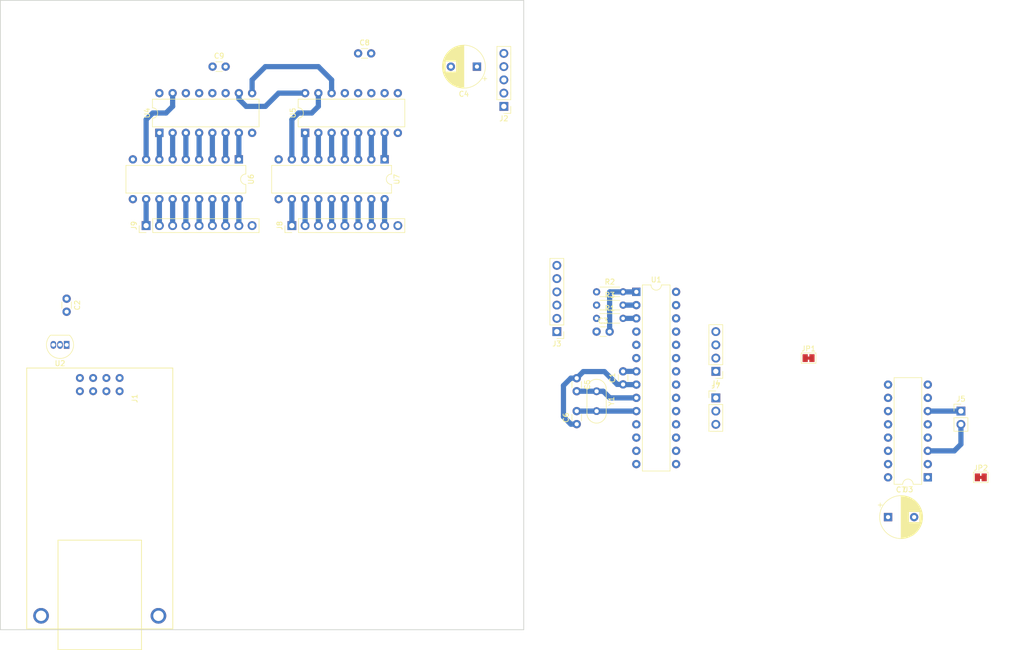
<source format=kicad_pcb>
(kicad_pcb (version 20171130) (host pcbnew 5.0.2-bee76a0~70~ubuntu16.04.1)

  (general
    (thickness 1.6)
    (drawings 4)
    (tracks 79)
    (zones 0)
    (modules 30)
    (nets 63)
  )

  (page A4)
  (layers
    (0 F.Cu signal)
    (31 B.Cu signal)
    (32 B.Adhes user)
    (33 F.Adhes user)
    (34 B.Paste user)
    (35 F.Paste user)
    (36 B.SilkS user)
    (37 F.SilkS user)
    (38 B.Mask user)
    (39 F.Mask user)
    (40 Dwgs.User user)
    (41 Cmts.User user)
    (42 Eco1.User user)
    (43 Eco2.User user)
    (44 Edge.Cuts user)
    (45 Margin user)
    (46 B.CrtYd user)
    (47 F.CrtYd user)
    (48 B.Fab user)
    (49 F.Fab user)
  )

  (setup
    (last_trace_width 1)
    (trace_clearance 0.5)
    (zone_clearance 0.508)
    (zone_45_only no)
    (trace_min 0.2)
    (segment_width 0.2)
    (edge_width 0.15)
    (via_size 0.8)
    (via_drill 0.4)
    (via_min_size 0.4)
    (via_min_drill 0.3)
    (uvia_size 0.3)
    (uvia_drill 0.1)
    (uvias_allowed no)
    (uvia_min_size 0.2)
    (uvia_min_drill 0.1)
    (pcb_text_width 0.3)
    (pcb_text_size 1.5 1.5)
    (mod_edge_width 0.15)
    (mod_text_size 1 1)
    (mod_text_width 0.15)
    (pad_size 1.524 1.524)
    (pad_drill 0.762)
    (pad_to_mask_clearance 0.051)
    (solder_mask_min_width 0.25)
    (aux_axis_origin 0 0)
    (visible_elements FFFFFF7F)
    (pcbplotparams
      (layerselection 0x010fc_ffffffff)
      (usegerberextensions false)
      (usegerberattributes false)
      (usegerberadvancedattributes false)
      (creategerberjobfile false)
      (excludeedgelayer true)
      (linewidth 0.100000)
      (plotframeref false)
      (viasonmask false)
      (mode 1)
      (useauxorigin false)
      (hpglpennumber 1)
      (hpglpenspeed 20)
      (hpglpendiameter 15.000000)
      (psnegative false)
      (psa4output false)
      (plotreference true)
      (plotvalue true)
      (plotinvisibletext false)
      (padsonsilk false)
      (subtractmaskfromsilk false)
      (outputformat 1)
      (mirror false)
      (drillshape 1)
      (scaleselection 1)
      (outputdirectory ""))
  )

  (net 0 "")
  (net 1 GNDD)
  (net 2 +5V)
  (net 3 RESET)
  (net 4 "Net-(C3-Pad2)")
  (net 5 "Net-(C5-Pad2)")
  (net 6 "Net-(C6-Pad2)")
  (net 7 GNDA)
  (net 8 VCC)
  (net 9 MOSI)
  (net 10 SCK)
  (net 11 SS)
  (net 12 MISO)
  (net 13 /3v3)
  (net 14 TX)
  (net 15 RX)
  (net 16 ENCODER_B)
  (net 17 ENCODER_A)
  (net 18 ENCODER_BUTTON)
  (net 19 "Net-(J5-Pad2)")
  (net 20 "Net-(J5-Pad1)")
  (net 21 +9V)
  (net 22 SERVO_SLIDER)
  (net 23 "Net-(J8-Pad1)")
  (net 24 "Net-(J8-Pad2)")
  (net 25 "Net-(J8-Pad3)")
  (net 26 "Net-(J8-Pad4)")
  (net 27 "Net-(J8-Pad5)")
  (net 28 "Net-(J8-Pad6)")
  (net 29 "Net-(J8-Pad7)")
  (net 30 "Net-(J8-Pad8)")
  (net 31 "Net-(J9-Pad8)")
  (net 32 "Net-(J9-Pad7)")
  (net 33 "Net-(J9-Pad6)")
  (net 34 "Net-(J9-Pad5)")
  (net 35 "Net-(J9-Pad4)")
  (net 36 "Net-(J9-Pad3)")
  (net 37 "Net-(J9-Pad2)")
  (net 38 "Net-(J9-Pad1)")
  (net 39 "Net-(R1-Pad2)")
  (net 40 "Net-(R3-Pad2)")
  (net 41 SRDATA)
  (net 42 SRCLOCK)
  (net 43 SRLATCH)
  (net 44 MOTOR_1)
  (net 45 MOTOR_2)
  (net 46 "Net-(U4-Pad1)")
  (net 47 "Net-(U4-Pad9)")
  (net 48 "Net-(U4-Pad2)")
  (net 49 "Net-(U4-Pad3)")
  (net 50 "Net-(U4-Pad4)")
  (net 51 "Net-(U4-Pad5)")
  (net 52 "Net-(U4-Pad6)")
  (net 53 "Net-(U4-Pad7)")
  (net 54 "Net-(U4-Pad15)")
  (net 55 "Net-(U5-Pad15)")
  (net 56 "Net-(U5-Pad7)")
  (net 57 "Net-(U5-Pad6)")
  (net 58 "Net-(U5-Pad5)")
  (net 59 "Net-(U5-Pad4)")
  (net 60 "Net-(U5-Pad3)")
  (net 61 "Net-(U5-Pad2)")
  (net 62 "Net-(U5-Pad1)")

  (net_class Default "This is the default net class."
    (clearance 0.5)
    (trace_width 1)
    (via_dia 0.8)
    (via_drill 0.4)
    (uvia_dia 0.3)
    (uvia_drill 0.1)
    (add_net +5V)
    (add_net +9V)
    (add_net /3v3)
    (add_net ENCODER_A)
    (add_net ENCODER_B)
    (add_net ENCODER_BUTTON)
    (add_net GNDA)
    (add_net GNDD)
    (add_net MISO)
    (add_net MOSI)
    (add_net MOTOR_1)
    (add_net MOTOR_2)
    (add_net "Net-(C3-Pad2)")
    (add_net "Net-(C5-Pad2)")
    (add_net "Net-(C6-Pad2)")
    (add_net "Net-(J5-Pad1)")
    (add_net "Net-(J5-Pad2)")
    (add_net "Net-(J8-Pad1)")
    (add_net "Net-(J8-Pad2)")
    (add_net "Net-(J8-Pad3)")
    (add_net "Net-(J8-Pad4)")
    (add_net "Net-(J8-Pad5)")
    (add_net "Net-(J8-Pad6)")
    (add_net "Net-(J8-Pad7)")
    (add_net "Net-(J8-Pad8)")
    (add_net "Net-(J9-Pad1)")
    (add_net "Net-(J9-Pad2)")
    (add_net "Net-(J9-Pad3)")
    (add_net "Net-(J9-Pad4)")
    (add_net "Net-(J9-Pad5)")
    (add_net "Net-(J9-Pad6)")
    (add_net "Net-(J9-Pad7)")
    (add_net "Net-(J9-Pad8)")
    (add_net "Net-(R1-Pad2)")
    (add_net "Net-(R3-Pad2)")
    (add_net "Net-(U4-Pad1)")
    (add_net "Net-(U4-Pad15)")
    (add_net "Net-(U4-Pad2)")
    (add_net "Net-(U4-Pad3)")
    (add_net "Net-(U4-Pad4)")
    (add_net "Net-(U4-Pad5)")
    (add_net "Net-(U4-Pad6)")
    (add_net "Net-(U4-Pad7)")
    (add_net "Net-(U4-Pad9)")
    (add_net "Net-(U5-Pad1)")
    (add_net "Net-(U5-Pad15)")
    (add_net "Net-(U5-Pad2)")
    (add_net "Net-(U5-Pad3)")
    (add_net "Net-(U5-Pad4)")
    (add_net "Net-(U5-Pad5)")
    (add_net "Net-(U5-Pad6)")
    (add_net "Net-(U5-Pad7)")
    (add_net RESET)
    (add_net RX)
    (add_net SCK)
    (add_net SERVO_SLIDER)
    (add_net SRCLOCK)
    (add_net SRDATA)
    (add_net SRLATCH)
    (add_net SS)
    (add_net TX)
    (add_net VCC)
  )

  (module Capacitor_THT:C_Disc_D3.0mm_W1.6mm_P2.50mm (layer F.Cu) (tedit 5AE50EF0) (tstamp 5CD1AC21)
    (at 132.08 86.32 90)
    (descr "C, Disc series, Radial, pin pitch=2.50mm, , diameter*width=3.0*1.6mm^2, Capacitor, http://www.vishay.com/docs/45233/krseries.pdf")
    (tags "C Disc series Radial pin pitch 2.50mm  diameter 3.0mm width 1.6mm Capacitor")
    (path /5CD25D56)
    (fp_text reference C1 (at 1.25 -2.05 90) (layer F.SilkS)
      (effects (font (size 1 1) (thickness 0.15)))
    )
    (fp_text value 100nF (at 1.25 2.05 90) (layer F.Fab)
      (effects (font (size 1 1) (thickness 0.15)))
    )
    (fp_line (start -0.25 -0.8) (end -0.25 0.8) (layer F.Fab) (width 0.1))
    (fp_line (start -0.25 0.8) (end 2.75 0.8) (layer F.Fab) (width 0.1))
    (fp_line (start 2.75 0.8) (end 2.75 -0.8) (layer F.Fab) (width 0.1))
    (fp_line (start 2.75 -0.8) (end -0.25 -0.8) (layer F.Fab) (width 0.1))
    (fp_line (start 0.621 -0.92) (end 1.879 -0.92) (layer F.SilkS) (width 0.12))
    (fp_line (start 0.621 0.92) (end 1.879 0.92) (layer F.SilkS) (width 0.12))
    (fp_line (start -1.05 -1.05) (end -1.05 1.05) (layer F.CrtYd) (width 0.05))
    (fp_line (start -1.05 1.05) (end 3.55 1.05) (layer F.CrtYd) (width 0.05))
    (fp_line (start 3.55 1.05) (end 3.55 -1.05) (layer F.CrtYd) (width 0.05))
    (fp_line (start 3.55 -1.05) (end -1.05 -1.05) (layer F.CrtYd) (width 0.05))
    (fp_text user %R (at 1.25 0 90) (layer F.Fab)
      (effects (font (size 0.6 0.6) (thickness 0.09)))
    )
    (pad 1 thru_hole circle (at 0 0 90) (size 1.6 1.6) (drill 0.8) (layers *.Cu *.Mask)
      (net 1 GNDD))
    (pad 2 thru_hole circle (at 2.5 0 90) (size 1.6 1.6) (drill 0.8) (layers *.Cu *.Mask)
      (net 2 +5V))
    (model ${KISYS3DMOD}/Capacitor_THT.3dshapes/C_Disc_D3.0mm_W1.6mm_P2.50mm.wrl
      (at (xyz 0 0 0))
      (scale (xyz 1 1 1))
      (rotate (xyz 0 0 0))
    )
  )

  (module Capacitor_THT:C_Disc_D3.0mm_W1.6mm_P2.50mm (layer F.Cu) (tedit 5AE50EF0) (tstamp 5CD1A7AF)
    (at 25.4 69.89 270)
    (descr "C, Disc series, Radial, pin pitch=2.50mm, , diameter*width=3.0*1.6mm^2, Capacitor, http://www.vishay.com/docs/45233/krseries.pdf")
    (tags "C Disc series Radial pin pitch 2.50mm  diameter 3.0mm width 1.6mm Capacitor")
    (path /5CD91735)
    (fp_text reference C2 (at 1.25 -2.05 270) (layer F.SilkS)
      (effects (font (size 1 1) (thickness 0.15)))
    )
    (fp_text value 100nF (at 1.25 2.05 270) (layer F.Fab)
      (effects (font (size 1 1) (thickness 0.15)))
    )
    (fp_text user %R (at 1.25 0 270) (layer F.Fab)
      (effects (font (size 0.6 0.6) (thickness 0.09)))
    )
    (fp_line (start 3.55 -1.05) (end -1.05 -1.05) (layer F.CrtYd) (width 0.05))
    (fp_line (start 3.55 1.05) (end 3.55 -1.05) (layer F.CrtYd) (width 0.05))
    (fp_line (start -1.05 1.05) (end 3.55 1.05) (layer F.CrtYd) (width 0.05))
    (fp_line (start -1.05 -1.05) (end -1.05 1.05) (layer F.CrtYd) (width 0.05))
    (fp_line (start 0.621 0.92) (end 1.879 0.92) (layer F.SilkS) (width 0.12))
    (fp_line (start 0.621 -0.92) (end 1.879 -0.92) (layer F.SilkS) (width 0.12))
    (fp_line (start 2.75 -0.8) (end -0.25 -0.8) (layer F.Fab) (width 0.1))
    (fp_line (start 2.75 0.8) (end 2.75 -0.8) (layer F.Fab) (width 0.1))
    (fp_line (start -0.25 0.8) (end 2.75 0.8) (layer F.Fab) (width 0.1))
    (fp_line (start -0.25 -0.8) (end -0.25 0.8) (layer F.Fab) (width 0.1))
    (pad 2 thru_hole circle (at 2.5 0 270) (size 1.6 1.6) (drill 0.8) (layers *.Cu *.Mask)
      (net 2 +5V))
    (pad 1 thru_hole circle (at 0 0 270) (size 1.6 1.6) (drill 0.8) (layers *.Cu *.Mask)
      (net 1 GNDD))
    (model ${KISYS3DMOD}/Capacitor_THT.3dshapes/C_Disc_D3.0mm_W1.6mm_P2.50mm.wrl
      (at (xyz 0 0 0))
      (scale (xyz 1 1 1))
      (rotate (xyz 0 0 0))
    )
  )

  (module Capacitor_THT:C_Disc_D3.0mm_W1.6mm_P2.50mm (layer F.Cu) (tedit 5AE50EF0) (tstamp 5CD1DAF4)
    (at 127 76.2)
    (descr "C, Disc series, Radial, pin pitch=2.50mm, , diameter*width=3.0*1.6mm^2, Capacitor, http://www.vishay.com/docs/45233/krseries.pdf")
    (tags "C Disc series Radial pin pitch 2.50mm  diameter 3.0mm width 1.6mm Capacitor")
    (path /5CD3F935)
    (fp_text reference C3 (at 1.25 -2.05) (layer F.SilkS)
      (effects (font (size 1 1) (thickness 0.15)))
    )
    (fp_text value 100nF (at 1.25 2.05) (layer F.Fab)
      (effects (font (size 1 1) (thickness 0.15)))
    )
    (fp_line (start -0.25 -0.8) (end -0.25 0.8) (layer F.Fab) (width 0.1))
    (fp_line (start -0.25 0.8) (end 2.75 0.8) (layer F.Fab) (width 0.1))
    (fp_line (start 2.75 0.8) (end 2.75 -0.8) (layer F.Fab) (width 0.1))
    (fp_line (start 2.75 -0.8) (end -0.25 -0.8) (layer F.Fab) (width 0.1))
    (fp_line (start 0.621 -0.92) (end 1.879 -0.92) (layer F.SilkS) (width 0.12))
    (fp_line (start 0.621 0.92) (end 1.879 0.92) (layer F.SilkS) (width 0.12))
    (fp_line (start -1.05 -1.05) (end -1.05 1.05) (layer F.CrtYd) (width 0.05))
    (fp_line (start -1.05 1.05) (end 3.55 1.05) (layer F.CrtYd) (width 0.05))
    (fp_line (start 3.55 1.05) (end 3.55 -1.05) (layer F.CrtYd) (width 0.05))
    (fp_line (start 3.55 -1.05) (end -1.05 -1.05) (layer F.CrtYd) (width 0.05))
    (fp_text user %R (at 1.25 0) (layer F.Fab)
      (effects (font (size 0.6 0.6) (thickness 0.09)))
    )
    (pad 1 thru_hole circle (at 0 0) (size 1.6 1.6) (drill 0.8) (layers *.Cu *.Mask)
      (net 3 RESET))
    (pad 2 thru_hole circle (at 2.5 0) (size 1.6 1.6) (drill 0.8) (layers *.Cu *.Mask)
      (net 4 "Net-(C3-Pad2)"))
    (model ${KISYS3DMOD}/Capacitor_THT.3dshapes/C_Disc_D3.0mm_W1.6mm_P2.50mm.wrl
      (at (xyz 0 0 0))
      (scale (xyz 1 1 1))
      (rotate (xyz 0 0 0))
    )
  )

  (module Capacitor_THT:CP_Radial_D8.0mm_P5.00mm (layer F.Cu) (tedit 5AE50EF0) (tstamp 5CD1ACEC)
    (at 104.06 25.4 180)
    (descr "CP, Radial series, Radial, pin pitch=5.00mm, , diameter=8mm, Electrolytic Capacitor")
    (tags "CP Radial series Radial pin pitch 5.00mm  diameter 8mm Electrolytic Capacitor")
    (path /5CD3C177)
    (fp_text reference C4 (at 2.5 -5.25 180) (layer F.SilkS)
      (effects (font (size 1 1) (thickness 0.15)))
    )
    (fp_text value 100uF (at 2.5 5.25 180) (layer F.Fab)
      (effects (font (size 1 1) (thickness 0.15)))
    )
    (fp_circle (center 2.5 0) (end 6.5 0) (layer F.Fab) (width 0.1))
    (fp_circle (center 2.5 0) (end 6.62 0) (layer F.SilkS) (width 0.12))
    (fp_circle (center 2.5 0) (end 6.75 0) (layer F.CrtYd) (width 0.05))
    (fp_line (start -0.926759 -1.7475) (end -0.126759 -1.7475) (layer F.Fab) (width 0.1))
    (fp_line (start -0.526759 -2.1475) (end -0.526759 -1.3475) (layer F.Fab) (width 0.1))
    (fp_line (start 2.5 -4.08) (end 2.5 4.08) (layer F.SilkS) (width 0.12))
    (fp_line (start 2.54 -4.08) (end 2.54 4.08) (layer F.SilkS) (width 0.12))
    (fp_line (start 2.58 -4.08) (end 2.58 4.08) (layer F.SilkS) (width 0.12))
    (fp_line (start 2.62 -4.079) (end 2.62 4.079) (layer F.SilkS) (width 0.12))
    (fp_line (start 2.66 -4.077) (end 2.66 4.077) (layer F.SilkS) (width 0.12))
    (fp_line (start 2.7 -4.076) (end 2.7 4.076) (layer F.SilkS) (width 0.12))
    (fp_line (start 2.74 -4.074) (end 2.74 4.074) (layer F.SilkS) (width 0.12))
    (fp_line (start 2.78 -4.071) (end 2.78 4.071) (layer F.SilkS) (width 0.12))
    (fp_line (start 2.82 -4.068) (end 2.82 4.068) (layer F.SilkS) (width 0.12))
    (fp_line (start 2.86 -4.065) (end 2.86 4.065) (layer F.SilkS) (width 0.12))
    (fp_line (start 2.9 -4.061) (end 2.9 4.061) (layer F.SilkS) (width 0.12))
    (fp_line (start 2.94 -4.057) (end 2.94 4.057) (layer F.SilkS) (width 0.12))
    (fp_line (start 2.98 -4.052) (end 2.98 4.052) (layer F.SilkS) (width 0.12))
    (fp_line (start 3.02 -4.048) (end 3.02 4.048) (layer F.SilkS) (width 0.12))
    (fp_line (start 3.06 -4.042) (end 3.06 4.042) (layer F.SilkS) (width 0.12))
    (fp_line (start 3.1 -4.037) (end 3.1 4.037) (layer F.SilkS) (width 0.12))
    (fp_line (start 3.14 -4.03) (end 3.14 4.03) (layer F.SilkS) (width 0.12))
    (fp_line (start 3.18 -4.024) (end 3.18 4.024) (layer F.SilkS) (width 0.12))
    (fp_line (start 3.221 -4.017) (end 3.221 4.017) (layer F.SilkS) (width 0.12))
    (fp_line (start 3.261 -4.01) (end 3.261 4.01) (layer F.SilkS) (width 0.12))
    (fp_line (start 3.301 -4.002) (end 3.301 4.002) (layer F.SilkS) (width 0.12))
    (fp_line (start 3.341 -3.994) (end 3.341 3.994) (layer F.SilkS) (width 0.12))
    (fp_line (start 3.381 -3.985) (end 3.381 3.985) (layer F.SilkS) (width 0.12))
    (fp_line (start 3.421 -3.976) (end 3.421 3.976) (layer F.SilkS) (width 0.12))
    (fp_line (start 3.461 -3.967) (end 3.461 3.967) (layer F.SilkS) (width 0.12))
    (fp_line (start 3.501 -3.957) (end 3.501 3.957) (layer F.SilkS) (width 0.12))
    (fp_line (start 3.541 -3.947) (end 3.541 3.947) (layer F.SilkS) (width 0.12))
    (fp_line (start 3.581 -3.936) (end 3.581 3.936) (layer F.SilkS) (width 0.12))
    (fp_line (start 3.621 -3.925) (end 3.621 3.925) (layer F.SilkS) (width 0.12))
    (fp_line (start 3.661 -3.914) (end 3.661 3.914) (layer F.SilkS) (width 0.12))
    (fp_line (start 3.701 -3.902) (end 3.701 3.902) (layer F.SilkS) (width 0.12))
    (fp_line (start 3.741 -3.889) (end 3.741 3.889) (layer F.SilkS) (width 0.12))
    (fp_line (start 3.781 -3.877) (end 3.781 3.877) (layer F.SilkS) (width 0.12))
    (fp_line (start 3.821 -3.863) (end 3.821 3.863) (layer F.SilkS) (width 0.12))
    (fp_line (start 3.861 -3.85) (end 3.861 3.85) (layer F.SilkS) (width 0.12))
    (fp_line (start 3.901 -3.835) (end 3.901 3.835) (layer F.SilkS) (width 0.12))
    (fp_line (start 3.941 -3.821) (end 3.941 3.821) (layer F.SilkS) (width 0.12))
    (fp_line (start 3.981 -3.805) (end 3.981 -1.04) (layer F.SilkS) (width 0.12))
    (fp_line (start 3.981 1.04) (end 3.981 3.805) (layer F.SilkS) (width 0.12))
    (fp_line (start 4.021 -3.79) (end 4.021 -1.04) (layer F.SilkS) (width 0.12))
    (fp_line (start 4.021 1.04) (end 4.021 3.79) (layer F.SilkS) (width 0.12))
    (fp_line (start 4.061 -3.774) (end 4.061 -1.04) (layer F.SilkS) (width 0.12))
    (fp_line (start 4.061 1.04) (end 4.061 3.774) (layer F.SilkS) (width 0.12))
    (fp_line (start 4.101 -3.757) (end 4.101 -1.04) (layer F.SilkS) (width 0.12))
    (fp_line (start 4.101 1.04) (end 4.101 3.757) (layer F.SilkS) (width 0.12))
    (fp_line (start 4.141 -3.74) (end 4.141 -1.04) (layer F.SilkS) (width 0.12))
    (fp_line (start 4.141 1.04) (end 4.141 3.74) (layer F.SilkS) (width 0.12))
    (fp_line (start 4.181 -3.722) (end 4.181 -1.04) (layer F.SilkS) (width 0.12))
    (fp_line (start 4.181 1.04) (end 4.181 3.722) (layer F.SilkS) (width 0.12))
    (fp_line (start 4.221 -3.704) (end 4.221 -1.04) (layer F.SilkS) (width 0.12))
    (fp_line (start 4.221 1.04) (end 4.221 3.704) (layer F.SilkS) (width 0.12))
    (fp_line (start 4.261 -3.686) (end 4.261 -1.04) (layer F.SilkS) (width 0.12))
    (fp_line (start 4.261 1.04) (end 4.261 3.686) (layer F.SilkS) (width 0.12))
    (fp_line (start 4.301 -3.666) (end 4.301 -1.04) (layer F.SilkS) (width 0.12))
    (fp_line (start 4.301 1.04) (end 4.301 3.666) (layer F.SilkS) (width 0.12))
    (fp_line (start 4.341 -3.647) (end 4.341 -1.04) (layer F.SilkS) (width 0.12))
    (fp_line (start 4.341 1.04) (end 4.341 3.647) (layer F.SilkS) (width 0.12))
    (fp_line (start 4.381 -3.627) (end 4.381 -1.04) (layer F.SilkS) (width 0.12))
    (fp_line (start 4.381 1.04) (end 4.381 3.627) (layer F.SilkS) (width 0.12))
    (fp_line (start 4.421 -3.606) (end 4.421 -1.04) (layer F.SilkS) (width 0.12))
    (fp_line (start 4.421 1.04) (end 4.421 3.606) (layer F.SilkS) (width 0.12))
    (fp_line (start 4.461 -3.584) (end 4.461 -1.04) (layer F.SilkS) (width 0.12))
    (fp_line (start 4.461 1.04) (end 4.461 3.584) (layer F.SilkS) (width 0.12))
    (fp_line (start 4.501 -3.562) (end 4.501 -1.04) (layer F.SilkS) (width 0.12))
    (fp_line (start 4.501 1.04) (end 4.501 3.562) (layer F.SilkS) (width 0.12))
    (fp_line (start 4.541 -3.54) (end 4.541 -1.04) (layer F.SilkS) (width 0.12))
    (fp_line (start 4.541 1.04) (end 4.541 3.54) (layer F.SilkS) (width 0.12))
    (fp_line (start 4.581 -3.517) (end 4.581 -1.04) (layer F.SilkS) (width 0.12))
    (fp_line (start 4.581 1.04) (end 4.581 3.517) (layer F.SilkS) (width 0.12))
    (fp_line (start 4.621 -3.493) (end 4.621 -1.04) (layer F.SilkS) (width 0.12))
    (fp_line (start 4.621 1.04) (end 4.621 3.493) (layer F.SilkS) (width 0.12))
    (fp_line (start 4.661 -3.469) (end 4.661 -1.04) (layer F.SilkS) (width 0.12))
    (fp_line (start 4.661 1.04) (end 4.661 3.469) (layer F.SilkS) (width 0.12))
    (fp_line (start 4.701 -3.444) (end 4.701 -1.04) (layer F.SilkS) (width 0.12))
    (fp_line (start 4.701 1.04) (end 4.701 3.444) (layer F.SilkS) (width 0.12))
    (fp_line (start 4.741 -3.418) (end 4.741 -1.04) (layer F.SilkS) (width 0.12))
    (fp_line (start 4.741 1.04) (end 4.741 3.418) (layer F.SilkS) (width 0.12))
    (fp_line (start 4.781 -3.392) (end 4.781 -1.04) (layer F.SilkS) (width 0.12))
    (fp_line (start 4.781 1.04) (end 4.781 3.392) (layer F.SilkS) (width 0.12))
    (fp_line (start 4.821 -3.365) (end 4.821 -1.04) (layer F.SilkS) (width 0.12))
    (fp_line (start 4.821 1.04) (end 4.821 3.365) (layer F.SilkS) (width 0.12))
    (fp_line (start 4.861 -3.338) (end 4.861 -1.04) (layer F.SilkS) (width 0.12))
    (fp_line (start 4.861 1.04) (end 4.861 3.338) (layer F.SilkS) (width 0.12))
    (fp_line (start 4.901 -3.309) (end 4.901 -1.04) (layer F.SilkS) (width 0.12))
    (fp_line (start 4.901 1.04) (end 4.901 3.309) (layer F.SilkS) (width 0.12))
    (fp_line (start 4.941 -3.28) (end 4.941 -1.04) (layer F.SilkS) (width 0.12))
    (fp_line (start 4.941 1.04) (end 4.941 3.28) (layer F.SilkS) (width 0.12))
    (fp_line (start 4.981 -3.25) (end 4.981 -1.04) (layer F.SilkS) (width 0.12))
    (fp_line (start 4.981 1.04) (end 4.981 3.25) (layer F.SilkS) (width 0.12))
    (fp_line (start 5.021 -3.22) (end 5.021 -1.04) (layer F.SilkS) (width 0.12))
    (fp_line (start 5.021 1.04) (end 5.021 3.22) (layer F.SilkS) (width 0.12))
    (fp_line (start 5.061 -3.189) (end 5.061 -1.04) (layer F.SilkS) (width 0.12))
    (fp_line (start 5.061 1.04) (end 5.061 3.189) (layer F.SilkS) (width 0.12))
    (fp_line (start 5.101 -3.156) (end 5.101 -1.04) (layer F.SilkS) (width 0.12))
    (fp_line (start 5.101 1.04) (end 5.101 3.156) (layer F.SilkS) (width 0.12))
    (fp_line (start 5.141 -3.124) (end 5.141 -1.04) (layer F.SilkS) (width 0.12))
    (fp_line (start 5.141 1.04) (end 5.141 3.124) (layer F.SilkS) (width 0.12))
    (fp_line (start 5.181 -3.09) (end 5.181 -1.04) (layer F.SilkS) (width 0.12))
    (fp_line (start 5.181 1.04) (end 5.181 3.09) (layer F.SilkS) (width 0.12))
    (fp_line (start 5.221 -3.055) (end 5.221 -1.04) (layer F.SilkS) (width 0.12))
    (fp_line (start 5.221 1.04) (end 5.221 3.055) (layer F.SilkS) (width 0.12))
    (fp_line (start 5.261 -3.019) (end 5.261 -1.04) (layer F.SilkS) (width 0.12))
    (fp_line (start 5.261 1.04) (end 5.261 3.019) (layer F.SilkS) (width 0.12))
    (fp_line (start 5.301 -2.983) (end 5.301 -1.04) (layer F.SilkS) (width 0.12))
    (fp_line (start 5.301 1.04) (end 5.301 2.983) (layer F.SilkS) (width 0.12))
    (fp_line (start 5.341 -2.945) (end 5.341 -1.04) (layer F.SilkS) (width 0.12))
    (fp_line (start 5.341 1.04) (end 5.341 2.945) (layer F.SilkS) (width 0.12))
    (fp_line (start 5.381 -2.907) (end 5.381 -1.04) (layer F.SilkS) (width 0.12))
    (fp_line (start 5.381 1.04) (end 5.381 2.907) (layer F.SilkS) (width 0.12))
    (fp_line (start 5.421 -2.867) (end 5.421 -1.04) (layer F.SilkS) (width 0.12))
    (fp_line (start 5.421 1.04) (end 5.421 2.867) (layer F.SilkS) (width 0.12))
    (fp_line (start 5.461 -2.826) (end 5.461 -1.04) (layer F.SilkS) (width 0.12))
    (fp_line (start 5.461 1.04) (end 5.461 2.826) (layer F.SilkS) (width 0.12))
    (fp_line (start 5.501 -2.784) (end 5.501 -1.04) (layer F.SilkS) (width 0.12))
    (fp_line (start 5.501 1.04) (end 5.501 2.784) (layer F.SilkS) (width 0.12))
    (fp_line (start 5.541 -2.741) (end 5.541 -1.04) (layer F.SilkS) (width 0.12))
    (fp_line (start 5.541 1.04) (end 5.541 2.741) (layer F.SilkS) (width 0.12))
    (fp_line (start 5.581 -2.697) (end 5.581 -1.04) (layer F.SilkS) (width 0.12))
    (fp_line (start 5.581 1.04) (end 5.581 2.697) (layer F.SilkS) (width 0.12))
    (fp_line (start 5.621 -2.651) (end 5.621 -1.04) (layer F.SilkS) (width 0.12))
    (fp_line (start 5.621 1.04) (end 5.621 2.651) (layer F.SilkS) (width 0.12))
    (fp_line (start 5.661 -2.604) (end 5.661 -1.04) (layer F.SilkS) (width 0.12))
    (fp_line (start 5.661 1.04) (end 5.661 2.604) (layer F.SilkS) (width 0.12))
    (fp_line (start 5.701 -2.556) (end 5.701 -1.04) (layer F.SilkS) (width 0.12))
    (fp_line (start 5.701 1.04) (end 5.701 2.556) (layer F.SilkS) (width 0.12))
    (fp_line (start 5.741 -2.505) (end 5.741 -1.04) (layer F.SilkS) (width 0.12))
    (fp_line (start 5.741 1.04) (end 5.741 2.505) (layer F.SilkS) (width 0.12))
    (fp_line (start 5.781 -2.454) (end 5.781 -1.04) (layer F.SilkS) (width 0.12))
    (fp_line (start 5.781 1.04) (end 5.781 2.454) (layer F.SilkS) (width 0.12))
    (fp_line (start 5.821 -2.4) (end 5.821 -1.04) (layer F.SilkS) (width 0.12))
    (fp_line (start 5.821 1.04) (end 5.821 2.4) (layer F.SilkS) (width 0.12))
    (fp_line (start 5.861 -2.345) (end 5.861 -1.04) (layer F.SilkS) (width 0.12))
    (fp_line (start 5.861 1.04) (end 5.861 2.345) (layer F.SilkS) (width 0.12))
    (fp_line (start 5.901 -2.287) (end 5.901 -1.04) (layer F.SilkS) (width 0.12))
    (fp_line (start 5.901 1.04) (end 5.901 2.287) (layer F.SilkS) (width 0.12))
    (fp_line (start 5.941 -2.228) (end 5.941 -1.04) (layer F.SilkS) (width 0.12))
    (fp_line (start 5.941 1.04) (end 5.941 2.228) (layer F.SilkS) (width 0.12))
    (fp_line (start 5.981 -2.166) (end 5.981 -1.04) (layer F.SilkS) (width 0.12))
    (fp_line (start 5.981 1.04) (end 5.981 2.166) (layer F.SilkS) (width 0.12))
    (fp_line (start 6.021 -2.102) (end 6.021 -1.04) (layer F.SilkS) (width 0.12))
    (fp_line (start 6.021 1.04) (end 6.021 2.102) (layer F.SilkS) (width 0.12))
    (fp_line (start 6.061 -2.034) (end 6.061 2.034) (layer F.SilkS) (width 0.12))
    (fp_line (start 6.101 -1.964) (end 6.101 1.964) (layer F.SilkS) (width 0.12))
    (fp_line (start 6.141 -1.89) (end 6.141 1.89) (layer F.SilkS) (width 0.12))
    (fp_line (start 6.181 -1.813) (end 6.181 1.813) (layer F.SilkS) (width 0.12))
    (fp_line (start 6.221 -1.731) (end 6.221 1.731) (layer F.SilkS) (width 0.12))
    (fp_line (start 6.261 -1.645) (end 6.261 1.645) (layer F.SilkS) (width 0.12))
    (fp_line (start 6.301 -1.552) (end 6.301 1.552) (layer F.SilkS) (width 0.12))
    (fp_line (start 6.341 -1.453) (end 6.341 1.453) (layer F.SilkS) (width 0.12))
    (fp_line (start 6.381 -1.346) (end 6.381 1.346) (layer F.SilkS) (width 0.12))
    (fp_line (start 6.421 -1.229) (end 6.421 1.229) (layer F.SilkS) (width 0.12))
    (fp_line (start 6.461 -1.098) (end 6.461 1.098) (layer F.SilkS) (width 0.12))
    (fp_line (start 6.501 -0.948) (end 6.501 0.948) (layer F.SilkS) (width 0.12))
    (fp_line (start 6.541 -0.768) (end 6.541 0.768) (layer F.SilkS) (width 0.12))
    (fp_line (start 6.581 -0.533) (end 6.581 0.533) (layer F.SilkS) (width 0.12))
    (fp_line (start -1.909698 -2.315) (end -1.109698 -2.315) (layer F.SilkS) (width 0.12))
    (fp_line (start -1.509698 -2.715) (end -1.509698 -1.915) (layer F.SilkS) (width 0.12))
    (fp_text user %R (at 2.5 0 180) (layer F.Fab)
      (effects (font (size 1 1) (thickness 0.15)))
    )
    (pad 1 thru_hole rect (at 0 0 180) (size 1.6 1.6) (drill 0.8) (layers *.Cu *.Mask)
      (net 2 +5V))
    (pad 2 thru_hole circle (at 5 0 180) (size 1.6 1.6) (drill 0.8) (layers *.Cu *.Mask)
      (net 1 GNDD))
    (model ${KISYS3DMOD}/Capacitor_THT.3dshapes/CP_Radial_D8.0mm_P5.00mm.wrl
      (at (xyz 0 0 0))
      (scale (xyz 1 1 1))
      (rotate (xyz 0 0 0))
    )
  )

  (module Capacitor_THT:C_Disc_D3.0mm_W1.6mm_P2.50mm (layer F.Cu) (tedit 5AE50EF0) (tstamp 5CD1DE2A)
    (at 123.19 85.13 270)
    (descr "C, Disc series, Radial, pin pitch=2.50mm, , diameter*width=3.0*1.6mm^2, Capacitor, http://www.vishay.com/docs/45233/krseries.pdf")
    (tags "C Disc series Radial pin pitch 2.50mm  diameter 3.0mm width 1.6mm Capacitor")
    (path /5CD16AB1)
    (fp_text reference C5 (at 1.25 -2.05 270) (layer F.SilkS)
      (effects (font (size 1 1) (thickness 0.15)))
    )
    (fp_text value 22p (at 1.25 2.05 270) (layer F.Fab)
      (effects (font (size 1 1) (thickness 0.15)))
    )
    (fp_line (start -0.25 -0.8) (end -0.25 0.8) (layer F.Fab) (width 0.1))
    (fp_line (start -0.25 0.8) (end 2.75 0.8) (layer F.Fab) (width 0.1))
    (fp_line (start 2.75 0.8) (end 2.75 -0.8) (layer F.Fab) (width 0.1))
    (fp_line (start 2.75 -0.8) (end -0.25 -0.8) (layer F.Fab) (width 0.1))
    (fp_line (start 0.621 -0.92) (end 1.879 -0.92) (layer F.SilkS) (width 0.12))
    (fp_line (start 0.621 0.92) (end 1.879 0.92) (layer F.SilkS) (width 0.12))
    (fp_line (start -1.05 -1.05) (end -1.05 1.05) (layer F.CrtYd) (width 0.05))
    (fp_line (start -1.05 1.05) (end 3.55 1.05) (layer F.CrtYd) (width 0.05))
    (fp_line (start 3.55 1.05) (end 3.55 -1.05) (layer F.CrtYd) (width 0.05))
    (fp_line (start 3.55 -1.05) (end -1.05 -1.05) (layer F.CrtYd) (width 0.05))
    (fp_text user %R (at 1.25 0 270) (layer F.Fab)
      (effects (font (size 0.6 0.6) (thickness 0.09)))
    )
    (pad 1 thru_hole circle (at 0 0 270) (size 1.6 1.6) (drill 0.8) (layers *.Cu *.Mask)
      (net 1 GNDD))
    (pad 2 thru_hole circle (at 2.5 0 270) (size 1.6 1.6) (drill 0.8) (layers *.Cu *.Mask)
      (net 5 "Net-(C5-Pad2)"))
    (model ${KISYS3DMOD}/Capacitor_THT.3dshapes/C_Disc_D3.0mm_W1.6mm_P2.50mm.wrl
      (at (xyz 0 0 0))
      (scale (xyz 1 1 1))
      (rotate (xyz 0 0 0))
    )
  )

  (module Capacitor_THT:C_Disc_D3.0mm_W1.6mm_P2.50mm (layer F.Cu) (tedit 5AE50EF0) (tstamp 5CD1AD0E)
    (at 123.19 93.94 90)
    (descr "C, Disc series, Radial, pin pitch=2.50mm, , diameter*width=3.0*1.6mm^2, Capacitor, http://www.vishay.com/docs/45233/krseries.pdf")
    (tags "C Disc series Radial pin pitch 2.50mm  diameter 3.0mm width 1.6mm Capacitor")
    (path /5CD16B2E)
    (fp_text reference C6 (at 1.25 -2.05 90) (layer F.SilkS)
      (effects (font (size 1 1) (thickness 0.15)))
    )
    (fp_text value 22p (at 1.25 2.05 90) (layer F.Fab)
      (effects (font (size 1 1) (thickness 0.15)))
    )
    (fp_text user %R (at 1.25 0 90) (layer F.Fab)
      (effects (font (size 0.6 0.6) (thickness 0.09)))
    )
    (fp_line (start 3.55 -1.05) (end -1.05 -1.05) (layer F.CrtYd) (width 0.05))
    (fp_line (start 3.55 1.05) (end 3.55 -1.05) (layer F.CrtYd) (width 0.05))
    (fp_line (start -1.05 1.05) (end 3.55 1.05) (layer F.CrtYd) (width 0.05))
    (fp_line (start -1.05 -1.05) (end -1.05 1.05) (layer F.CrtYd) (width 0.05))
    (fp_line (start 0.621 0.92) (end 1.879 0.92) (layer F.SilkS) (width 0.12))
    (fp_line (start 0.621 -0.92) (end 1.879 -0.92) (layer F.SilkS) (width 0.12))
    (fp_line (start 2.75 -0.8) (end -0.25 -0.8) (layer F.Fab) (width 0.1))
    (fp_line (start 2.75 0.8) (end 2.75 -0.8) (layer F.Fab) (width 0.1))
    (fp_line (start -0.25 0.8) (end 2.75 0.8) (layer F.Fab) (width 0.1))
    (fp_line (start -0.25 -0.8) (end -0.25 0.8) (layer F.Fab) (width 0.1))
    (pad 2 thru_hole circle (at 2.5 0 90) (size 1.6 1.6) (drill 0.8) (layers *.Cu *.Mask)
      (net 6 "Net-(C6-Pad2)"))
    (pad 1 thru_hole circle (at 0 0 90) (size 1.6 1.6) (drill 0.8) (layers *.Cu *.Mask)
      (net 1 GNDD))
    (model ${KISYS3DMOD}/Capacitor_THT.3dshapes/C_Disc_D3.0mm_W1.6mm_P2.50mm.wrl
      (at (xyz 0 0 0))
      (scale (xyz 1 1 1))
      (rotate (xyz 0 0 0))
    )
  )

  (module Capacitor_THT:CP_Radial_D8.0mm_P5.00mm (layer F.Cu) (tedit 5AE50EF0) (tstamp 5CD1A962)
    (at 182.88 111.76)
    (descr "CP, Radial series, Radial, pin pitch=5.00mm, , diameter=8mm, Electrolytic Capacitor")
    (tags "CP Radial series Radial pin pitch 5.00mm  diameter 8mm Electrolytic Capacitor")
    (path /5CDA1999)
    (fp_text reference C7 (at 2.5 -5.25) (layer F.SilkS)
      (effects (font (size 1 1) (thickness 0.15)))
    )
    (fp_text value 470uF (at 2.5 5.25) (layer F.Fab)
      (effects (font (size 1 1) (thickness 0.15)))
    )
    (fp_text user %R (at 2.5 0) (layer F.Fab)
      (effects (font (size 1 1) (thickness 0.15)))
    )
    (fp_line (start -1.509698 -2.715) (end -1.509698 -1.915) (layer F.SilkS) (width 0.12))
    (fp_line (start -1.909698 -2.315) (end -1.109698 -2.315) (layer F.SilkS) (width 0.12))
    (fp_line (start 6.581 -0.533) (end 6.581 0.533) (layer F.SilkS) (width 0.12))
    (fp_line (start 6.541 -0.768) (end 6.541 0.768) (layer F.SilkS) (width 0.12))
    (fp_line (start 6.501 -0.948) (end 6.501 0.948) (layer F.SilkS) (width 0.12))
    (fp_line (start 6.461 -1.098) (end 6.461 1.098) (layer F.SilkS) (width 0.12))
    (fp_line (start 6.421 -1.229) (end 6.421 1.229) (layer F.SilkS) (width 0.12))
    (fp_line (start 6.381 -1.346) (end 6.381 1.346) (layer F.SilkS) (width 0.12))
    (fp_line (start 6.341 -1.453) (end 6.341 1.453) (layer F.SilkS) (width 0.12))
    (fp_line (start 6.301 -1.552) (end 6.301 1.552) (layer F.SilkS) (width 0.12))
    (fp_line (start 6.261 -1.645) (end 6.261 1.645) (layer F.SilkS) (width 0.12))
    (fp_line (start 6.221 -1.731) (end 6.221 1.731) (layer F.SilkS) (width 0.12))
    (fp_line (start 6.181 -1.813) (end 6.181 1.813) (layer F.SilkS) (width 0.12))
    (fp_line (start 6.141 -1.89) (end 6.141 1.89) (layer F.SilkS) (width 0.12))
    (fp_line (start 6.101 -1.964) (end 6.101 1.964) (layer F.SilkS) (width 0.12))
    (fp_line (start 6.061 -2.034) (end 6.061 2.034) (layer F.SilkS) (width 0.12))
    (fp_line (start 6.021 1.04) (end 6.021 2.102) (layer F.SilkS) (width 0.12))
    (fp_line (start 6.021 -2.102) (end 6.021 -1.04) (layer F.SilkS) (width 0.12))
    (fp_line (start 5.981 1.04) (end 5.981 2.166) (layer F.SilkS) (width 0.12))
    (fp_line (start 5.981 -2.166) (end 5.981 -1.04) (layer F.SilkS) (width 0.12))
    (fp_line (start 5.941 1.04) (end 5.941 2.228) (layer F.SilkS) (width 0.12))
    (fp_line (start 5.941 -2.228) (end 5.941 -1.04) (layer F.SilkS) (width 0.12))
    (fp_line (start 5.901 1.04) (end 5.901 2.287) (layer F.SilkS) (width 0.12))
    (fp_line (start 5.901 -2.287) (end 5.901 -1.04) (layer F.SilkS) (width 0.12))
    (fp_line (start 5.861 1.04) (end 5.861 2.345) (layer F.SilkS) (width 0.12))
    (fp_line (start 5.861 -2.345) (end 5.861 -1.04) (layer F.SilkS) (width 0.12))
    (fp_line (start 5.821 1.04) (end 5.821 2.4) (layer F.SilkS) (width 0.12))
    (fp_line (start 5.821 -2.4) (end 5.821 -1.04) (layer F.SilkS) (width 0.12))
    (fp_line (start 5.781 1.04) (end 5.781 2.454) (layer F.SilkS) (width 0.12))
    (fp_line (start 5.781 -2.454) (end 5.781 -1.04) (layer F.SilkS) (width 0.12))
    (fp_line (start 5.741 1.04) (end 5.741 2.505) (layer F.SilkS) (width 0.12))
    (fp_line (start 5.741 -2.505) (end 5.741 -1.04) (layer F.SilkS) (width 0.12))
    (fp_line (start 5.701 1.04) (end 5.701 2.556) (layer F.SilkS) (width 0.12))
    (fp_line (start 5.701 -2.556) (end 5.701 -1.04) (layer F.SilkS) (width 0.12))
    (fp_line (start 5.661 1.04) (end 5.661 2.604) (layer F.SilkS) (width 0.12))
    (fp_line (start 5.661 -2.604) (end 5.661 -1.04) (layer F.SilkS) (width 0.12))
    (fp_line (start 5.621 1.04) (end 5.621 2.651) (layer F.SilkS) (width 0.12))
    (fp_line (start 5.621 -2.651) (end 5.621 -1.04) (layer F.SilkS) (width 0.12))
    (fp_line (start 5.581 1.04) (end 5.581 2.697) (layer F.SilkS) (width 0.12))
    (fp_line (start 5.581 -2.697) (end 5.581 -1.04) (layer F.SilkS) (width 0.12))
    (fp_line (start 5.541 1.04) (end 5.541 2.741) (layer F.SilkS) (width 0.12))
    (fp_line (start 5.541 -2.741) (end 5.541 -1.04) (layer F.SilkS) (width 0.12))
    (fp_line (start 5.501 1.04) (end 5.501 2.784) (layer F.SilkS) (width 0.12))
    (fp_line (start 5.501 -2.784) (end 5.501 -1.04) (layer F.SilkS) (width 0.12))
    (fp_line (start 5.461 1.04) (end 5.461 2.826) (layer F.SilkS) (width 0.12))
    (fp_line (start 5.461 -2.826) (end 5.461 -1.04) (layer F.SilkS) (width 0.12))
    (fp_line (start 5.421 1.04) (end 5.421 2.867) (layer F.SilkS) (width 0.12))
    (fp_line (start 5.421 -2.867) (end 5.421 -1.04) (layer F.SilkS) (width 0.12))
    (fp_line (start 5.381 1.04) (end 5.381 2.907) (layer F.SilkS) (width 0.12))
    (fp_line (start 5.381 -2.907) (end 5.381 -1.04) (layer F.SilkS) (width 0.12))
    (fp_line (start 5.341 1.04) (end 5.341 2.945) (layer F.SilkS) (width 0.12))
    (fp_line (start 5.341 -2.945) (end 5.341 -1.04) (layer F.SilkS) (width 0.12))
    (fp_line (start 5.301 1.04) (end 5.301 2.983) (layer F.SilkS) (width 0.12))
    (fp_line (start 5.301 -2.983) (end 5.301 -1.04) (layer F.SilkS) (width 0.12))
    (fp_line (start 5.261 1.04) (end 5.261 3.019) (layer F.SilkS) (width 0.12))
    (fp_line (start 5.261 -3.019) (end 5.261 -1.04) (layer F.SilkS) (width 0.12))
    (fp_line (start 5.221 1.04) (end 5.221 3.055) (layer F.SilkS) (width 0.12))
    (fp_line (start 5.221 -3.055) (end 5.221 -1.04) (layer F.SilkS) (width 0.12))
    (fp_line (start 5.181 1.04) (end 5.181 3.09) (layer F.SilkS) (width 0.12))
    (fp_line (start 5.181 -3.09) (end 5.181 -1.04) (layer F.SilkS) (width 0.12))
    (fp_line (start 5.141 1.04) (end 5.141 3.124) (layer F.SilkS) (width 0.12))
    (fp_line (start 5.141 -3.124) (end 5.141 -1.04) (layer F.SilkS) (width 0.12))
    (fp_line (start 5.101 1.04) (end 5.101 3.156) (layer F.SilkS) (width 0.12))
    (fp_line (start 5.101 -3.156) (end 5.101 -1.04) (layer F.SilkS) (width 0.12))
    (fp_line (start 5.061 1.04) (end 5.061 3.189) (layer F.SilkS) (width 0.12))
    (fp_line (start 5.061 -3.189) (end 5.061 -1.04) (layer F.SilkS) (width 0.12))
    (fp_line (start 5.021 1.04) (end 5.021 3.22) (layer F.SilkS) (width 0.12))
    (fp_line (start 5.021 -3.22) (end 5.021 -1.04) (layer F.SilkS) (width 0.12))
    (fp_line (start 4.981 1.04) (end 4.981 3.25) (layer F.SilkS) (width 0.12))
    (fp_line (start 4.981 -3.25) (end 4.981 -1.04) (layer F.SilkS) (width 0.12))
    (fp_line (start 4.941 1.04) (end 4.941 3.28) (layer F.SilkS) (width 0.12))
    (fp_line (start 4.941 -3.28) (end 4.941 -1.04) (layer F.SilkS) (width 0.12))
    (fp_line (start 4.901 1.04) (end 4.901 3.309) (layer F.SilkS) (width 0.12))
    (fp_line (start 4.901 -3.309) (end 4.901 -1.04) (layer F.SilkS) (width 0.12))
    (fp_line (start 4.861 1.04) (end 4.861 3.338) (layer F.SilkS) (width 0.12))
    (fp_line (start 4.861 -3.338) (end 4.861 -1.04) (layer F.SilkS) (width 0.12))
    (fp_line (start 4.821 1.04) (end 4.821 3.365) (layer F.SilkS) (width 0.12))
    (fp_line (start 4.821 -3.365) (end 4.821 -1.04) (layer F.SilkS) (width 0.12))
    (fp_line (start 4.781 1.04) (end 4.781 3.392) (layer F.SilkS) (width 0.12))
    (fp_line (start 4.781 -3.392) (end 4.781 -1.04) (layer F.SilkS) (width 0.12))
    (fp_line (start 4.741 1.04) (end 4.741 3.418) (layer F.SilkS) (width 0.12))
    (fp_line (start 4.741 -3.418) (end 4.741 -1.04) (layer F.SilkS) (width 0.12))
    (fp_line (start 4.701 1.04) (end 4.701 3.444) (layer F.SilkS) (width 0.12))
    (fp_line (start 4.701 -3.444) (end 4.701 -1.04) (layer F.SilkS) (width 0.12))
    (fp_line (start 4.661 1.04) (end 4.661 3.469) (layer F.SilkS) (width 0.12))
    (fp_line (start 4.661 -3.469) (end 4.661 -1.04) (layer F.SilkS) (width 0.12))
    (fp_line (start 4.621 1.04) (end 4.621 3.493) (layer F.SilkS) (width 0.12))
    (fp_line (start 4.621 -3.493) (end 4.621 -1.04) (layer F.SilkS) (width 0.12))
    (fp_line (start 4.581 1.04) (end 4.581 3.517) (layer F.SilkS) (width 0.12))
    (fp_line (start 4.581 -3.517) (end 4.581 -1.04) (layer F.SilkS) (width 0.12))
    (fp_line (start 4.541 1.04) (end 4.541 3.54) (layer F.SilkS) (width 0.12))
    (fp_line (start 4.541 -3.54) (end 4.541 -1.04) (layer F.SilkS) (width 0.12))
    (fp_line (start 4.501 1.04) (end 4.501 3.562) (layer F.SilkS) (width 0.12))
    (fp_line (start 4.501 -3.562) (end 4.501 -1.04) (layer F.SilkS) (width 0.12))
    (fp_line (start 4.461 1.04) (end 4.461 3.584) (layer F.SilkS) (width 0.12))
    (fp_line (start 4.461 -3.584) (end 4.461 -1.04) (layer F.SilkS) (width 0.12))
    (fp_line (start 4.421 1.04) (end 4.421 3.606) (layer F.SilkS) (width 0.12))
    (fp_line (start 4.421 -3.606) (end 4.421 -1.04) (layer F.SilkS) (width 0.12))
    (fp_line (start 4.381 1.04) (end 4.381 3.627) (layer F.SilkS) (width 0.12))
    (fp_line (start 4.381 -3.627) (end 4.381 -1.04) (layer F.SilkS) (width 0.12))
    (fp_line (start 4.341 1.04) (end 4.341 3.647) (layer F.SilkS) (width 0.12))
    (fp_line (start 4.341 -3.647) (end 4.341 -1.04) (layer F.SilkS) (width 0.12))
    (fp_line (start 4.301 1.04) (end 4.301 3.666) (layer F.SilkS) (width 0.12))
    (fp_line (start 4.301 -3.666) (end 4.301 -1.04) (layer F.SilkS) (width 0.12))
    (fp_line (start 4.261 1.04) (end 4.261 3.686) (layer F.SilkS) (width 0.12))
    (fp_line (start 4.261 -3.686) (end 4.261 -1.04) (layer F.SilkS) (width 0.12))
    (fp_line (start 4.221 1.04) (end 4.221 3.704) (layer F.SilkS) (width 0.12))
    (fp_line (start 4.221 -3.704) (end 4.221 -1.04) (layer F.SilkS) (width 0.12))
    (fp_line (start 4.181 1.04) (end 4.181 3.722) (layer F.SilkS) (width 0.12))
    (fp_line (start 4.181 -3.722) (end 4.181 -1.04) (layer F.SilkS) (width 0.12))
    (fp_line (start 4.141 1.04) (end 4.141 3.74) (layer F.SilkS) (width 0.12))
    (fp_line (start 4.141 -3.74) (end 4.141 -1.04) (layer F.SilkS) (width 0.12))
    (fp_line (start 4.101 1.04) (end 4.101 3.757) (layer F.SilkS) (width 0.12))
    (fp_line (start 4.101 -3.757) (end 4.101 -1.04) (layer F.SilkS) (width 0.12))
    (fp_line (start 4.061 1.04) (end 4.061 3.774) (layer F.SilkS) (width 0.12))
    (fp_line (start 4.061 -3.774) (end 4.061 -1.04) (layer F.SilkS) (width 0.12))
    (fp_line (start 4.021 1.04) (end 4.021 3.79) (layer F.SilkS) (width 0.12))
    (fp_line (start 4.021 -3.79) (end 4.021 -1.04) (layer F.SilkS) (width 0.12))
    (fp_line (start 3.981 1.04) (end 3.981 3.805) (layer F.SilkS) (width 0.12))
    (fp_line (start 3.981 -3.805) (end 3.981 -1.04) (layer F.SilkS) (width 0.12))
    (fp_line (start 3.941 -3.821) (end 3.941 3.821) (layer F.SilkS) (width 0.12))
    (fp_line (start 3.901 -3.835) (end 3.901 3.835) (layer F.SilkS) (width 0.12))
    (fp_line (start 3.861 -3.85) (end 3.861 3.85) (layer F.SilkS) (width 0.12))
    (fp_line (start 3.821 -3.863) (end 3.821 3.863) (layer F.SilkS) (width 0.12))
    (fp_line (start 3.781 -3.877) (end 3.781 3.877) (layer F.SilkS) (width 0.12))
    (fp_line (start 3.741 -3.889) (end 3.741 3.889) (layer F.SilkS) (width 0.12))
    (fp_line (start 3.701 -3.902) (end 3.701 3.902) (layer F.SilkS) (width 0.12))
    (fp_line (start 3.661 -3.914) (end 3.661 3.914) (layer F.SilkS) (width 0.12))
    (fp_line (start 3.621 -3.925) (end 3.621 3.925) (layer F.SilkS) (width 0.12))
    (fp_line (start 3.581 -3.936) (end 3.581 3.936) (layer F.SilkS) (width 0.12))
    (fp_line (start 3.541 -3.947) (end 3.541 3.947) (layer F.SilkS) (width 0.12))
    (fp_line (start 3.501 -3.957) (end 3.501 3.957) (layer F.SilkS) (width 0.12))
    (fp_line (start 3.461 -3.967) (end 3.461 3.967) (layer F.SilkS) (width 0.12))
    (fp_line (start 3.421 -3.976) (end 3.421 3.976) (layer F.SilkS) (width 0.12))
    (fp_line (start 3.381 -3.985) (end 3.381 3.985) (layer F.SilkS) (width 0.12))
    (fp_line (start 3.341 -3.994) (end 3.341 3.994) (layer F.SilkS) (width 0.12))
    (fp_line (start 3.301 -4.002) (end 3.301 4.002) (layer F.SilkS) (width 0.12))
    (fp_line (start 3.261 -4.01) (end 3.261 4.01) (layer F.SilkS) (width 0.12))
    (fp_line (start 3.221 -4.017) (end 3.221 4.017) (layer F.SilkS) (width 0.12))
    (fp_line (start 3.18 -4.024) (end 3.18 4.024) (layer F.SilkS) (width 0.12))
    (fp_line (start 3.14 -4.03) (end 3.14 4.03) (layer F.SilkS) (width 0.12))
    (fp_line (start 3.1 -4.037) (end 3.1 4.037) (layer F.SilkS) (width 0.12))
    (fp_line (start 3.06 -4.042) (end 3.06 4.042) (layer F.SilkS) (width 0.12))
    (fp_line (start 3.02 -4.048) (end 3.02 4.048) (layer F.SilkS) (width 0.12))
    (fp_line (start 2.98 -4.052) (end 2.98 4.052) (layer F.SilkS) (width 0.12))
    (fp_line (start 2.94 -4.057) (end 2.94 4.057) (layer F.SilkS) (width 0.12))
    (fp_line (start 2.9 -4.061) (end 2.9 4.061) (layer F.SilkS) (width 0.12))
    (fp_line (start 2.86 -4.065) (end 2.86 4.065) (layer F.SilkS) (width 0.12))
    (fp_line (start 2.82 -4.068) (end 2.82 4.068) (layer F.SilkS) (width 0.12))
    (fp_line (start 2.78 -4.071) (end 2.78 4.071) (layer F.SilkS) (width 0.12))
    (fp_line (start 2.74 -4.074) (end 2.74 4.074) (layer F.SilkS) (width 0.12))
    (fp_line (start 2.7 -4.076) (end 2.7 4.076) (layer F.SilkS) (width 0.12))
    (fp_line (start 2.66 -4.077) (end 2.66 4.077) (layer F.SilkS) (width 0.12))
    (fp_line (start 2.62 -4.079) (end 2.62 4.079) (layer F.SilkS) (width 0.12))
    (fp_line (start 2.58 -4.08) (end 2.58 4.08) (layer F.SilkS) (width 0.12))
    (fp_line (start 2.54 -4.08) (end 2.54 4.08) (layer F.SilkS) (width 0.12))
    (fp_line (start 2.5 -4.08) (end 2.5 4.08) (layer F.SilkS) (width 0.12))
    (fp_line (start -0.526759 -2.1475) (end -0.526759 -1.3475) (layer F.Fab) (width 0.1))
    (fp_line (start -0.926759 -1.7475) (end -0.126759 -1.7475) (layer F.Fab) (width 0.1))
    (fp_circle (center 2.5 0) (end 6.75 0) (layer F.CrtYd) (width 0.05))
    (fp_circle (center 2.5 0) (end 6.62 0) (layer F.SilkS) (width 0.12))
    (fp_circle (center 2.5 0) (end 6.5 0) (layer F.Fab) (width 0.1))
    (pad 2 thru_hole circle (at 5 0) (size 1.6 1.6) (drill 0.8) (layers *.Cu *.Mask)
      (net 7 GNDA))
    (pad 1 thru_hole rect (at 0 0) (size 1.6 1.6) (drill 0.8) (layers *.Cu *.Mask)
      (net 8 VCC))
    (model ${KISYS3DMOD}/Capacitor_THT.3dshapes/CP_Radial_D8.0mm_P5.00mm.wrl
      (at (xyz 0 0 0))
      (scale (xyz 1 1 1))
      (rotate (xyz 0 0 0))
    )
  )

  (module Capacitor_THT:C_Disc_D3.0mm_W1.6mm_P2.50mm (layer F.Cu) (tedit 5AE50EF0) (tstamp 5CD1ADC8)
    (at 81.28 22.86)
    (descr "C, Disc series, Radial, pin pitch=2.50mm, , diameter*width=3.0*1.6mm^2, Capacitor, http://www.vishay.com/docs/45233/krseries.pdf")
    (tags "C Disc series Radial pin pitch 2.50mm  diameter 3.0mm width 1.6mm Capacitor")
    (path /5CD250AE)
    (fp_text reference C8 (at 1.25 -2.05) (layer F.SilkS)
      (effects (font (size 1 1) (thickness 0.15)))
    )
    (fp_text value 100nF (at 1.25 2.05) (layer F.Fab)
      (effects (font (size 1 1) (thickness 0.15)))
    )
    (fp_text user %R (at 1.25 0) (layer F.Fab)
      (effects (font (size 0.6 0.6) (thickness 0.09)))
    )
    (fp_line (start 3.55 -1.05) (end -1.05 -1.05) (layer F.CrtYd) (width 0.05))
    (fp_line (start 3.55 1.05) (end 3.55 -1.05) (layer F.CrtYd) (width 0.05))
    (fp_line (start -1.05 1.05) (end 3.55 1.05) (layer F.CrtYd) (width 0.05))
    (fp_line (start -1.05 -1.05) (end -1.05 1.05) (layer F.CrtYd) (width 0.05))
    (fp_line (start 0.621 0.92) (end 1.879 0.92) (layer F.SilkS) (width 0.12))
    (fp_line (start 0.621 -0.92) (end 1.879 -0.92) (layer F.SilkS) (width 0.12))
    (fp_line (start 2.75 -0.8) (end -0.25 -0.8) (layer F.Fab) (width 0.1))
    (fp_line (start 2.75 0.8) (end 2.75 -0.8) (layer F.Fab) (width 0.1))
    (fp_line (start -0.25 0.8) (end 2.75 0.8) (layer F.Fab) (width 0.1))
    (fp_line (start -0.25 -0.8) (end -0.25 0.8) (layer F.Fab) (width 0.1))
    (pad 2 thru_hole circle (at 2.5 0) (size 1.6 1.6) (drill 0.8) (layers *.Cu *.Mask)
      (net 2 +5V))
    (pad 1 thru_hole circle (at 0 0) (size 1.6 1.6) (drill 0.8) (layers *.Cu *.Mask)
      (net 1 GNDD))
    (model ${KISYS3DMOD}/Capacitor_THT.3dshapes/C_Disc_D3.0mm_W1.6mm_P2.50mm.wrl
      (at (xyz 0 0 0))
      (scale (xyz 1 1 1))
      (rotate (xyz 0 0 0))
    )
  )

  (module Capacitor_THT:C_Disc_D3.0mm_W1.6mm_P2.50mm (layer F.Cu) (tedit 5AE50EF0) (tstamp 5CD1ADD9)
    (at 53.38 25.4)
    (descr "C, Disc series, Radial, pin pitch=2.50mm, , diameter*width=3.0*1.6mm^2, Capacitor, http://www.vishay.com/docs/45233/krseries.pdf")
    (tags "C Disc series Radial pin pitch 2.50mm  diameter 3.0mm width 1.6mm Capacitor")
    (path /5CD239F2)
    (fp_text reference C9 (at 1.25 -2.05) (layer F.SilkS)
      (effects (font (size 1 1) (thickness 0.15)))
    )
    (fp_text value 100nF (at 1.25 2.05) (layer F.Fab)
      (effects (font (size 1 1) (thickness 0.15)))
    )
    (fp_line (start -0.25 -0.8) (end -0.25 0.8) (layer F.Fab) (width 0.1))
    (fp_line (start -0.25 0.8) (end 2.75 0.8) (layer F.Fab) (width 0.1))
    (fp_line (start 2.75 0.8) (end 2.75 -0.8) (layer F.Fab) (width 0.1))
    (fp_line (start 2.75 -0.8) (end -0.25 -0.8) (layer F.Fab) (width 0.1))
    (fp_line (start 0.621 -0.92) (end 1.879 -0.92) (layer F.SilkS) (width 0.12))
    (fp_line (start 0.621 0.92) (end 1.879 0.92) (layer F.SilkS) (width 0.12))
    (fp_line (start -1.05 -1.05) (end -1.05 1.05) (layer F.CrtYd) (width 0.05))
    (fp_line (start -1.05 1.05) (end 3.55 1.05) (layer F.CrtYd) (width 0.05))
    (fp_line (start 3.55 1.05) (end 3.55 -1.05) (layer F.CrtYd) (width 0.05))
    (fp_line (start 3.55 -1.05) (end -1.05 -1.05) (layer F.CrtYd) (width 0.05))
    (fp_text user %R (at 1.25 0) (layer F.Fab)
      (effects (font (size 0.6 0.6) (thickness 0.09)))
    )
    (pad 1 thru_hole circle (at 0 0) (size 1.6 1.6) (drill 0.8) (layers *.Cu *.Mask)
      (net 1 GNDD))
    (pad 2 thru_hole circle (at 2.5 0) (size 1.6 1.6) (drill 0.8) (layers *.Cu *.Mask)
      (net 2 +5V))
    (model ${KISYS3DMOD}/Capacitor_THT.3dshapes/C_Disc_D3.0mm_W1.6mm_P2.50mm.wrl
      (at (xyz 0 0 0))
      (scale (xyz 1 1 1))
      (rotate (xyz 0 0 0))
    )
  )

  (module Connector_PinHeader_2.54mm:PinHeader_1x06_P2.54mm_Vertical (layer F.Cu) (tedit 59FED5CC) (tstamp 5CD1D96C)
    (at 119.38 76.2 180)
    (descr "Through hole straight pin header, 1x06, 2.54mm pitch, single row")
    (tags "Through hole pin header THT 1x06 2.54mm single row")
    (path /5CD43722)
    (fp_text reference J3 (at 0 -2.33 180) (layer F.SilkS)
      (effects (font (size 1 1) (thickness 0.15)))
    )
    (fp_text value Conn_01x06_Female (at 0 15.03 180) (layer F.Fab)
      (effects (font (size 1 1) (thickness 0.15)))
    )
    (fp_line (start -0.635 -1.27) (end 1.27 -1.27) (layer F.Fab) (width 0.1))
    (fp_line (start 1.27 -1.27) (end 1.27 13.97) (layer F.Fab) (width 0.1))
    (fp_line (start 1.27 13.97) (end -1.27 13.97) (layer F.Fab) (width 0.1))
    (fp_line (start -1.27 13.97) (end -1.27 -0.635) (layer F.Fab) (width 0.1))
    (fp_line (start -1.27 -0.635) (end -0.635 -1.27) (layer F.Fab) (width 0.1))
    (fp_line (start -1.33 14.03) (end 1.33 14.03) (layer F.SilkS) (width 0.12))
    (fp_line (start -1.33 1.27) (end -1.33 14.03) (layer F.SilkS) (width 0.12))
    (fp_line (start 1.33 1.27) (end 1.33 14.03) (layer F.SilkS) (width 0.12))
    (fp_line (start -1.33 1.27) (end 1.33 1.27) (layer F.SilkS) (width 0.12))
    (fp_line (start -1.33 0) (end -1.33 -1.33) (layer F.SilkS) (width 0.12))
    (fp_line (start -1.33 -1.33) (end 0 -1.33) (layer F.SilkS) (width 0.12))
    (fp_line (start -1.8 -1.8) (end -1.8 14.5) (layer F.CrtYd) (width 0.05))
    (fp_line (start -1.8 14.5) (end 1.8 14.5) (layer F.CrtYd) (width 0.05))
    (fp_line (start 1.8 14.5) (end 1.8 -1.8) (layer F.CrtYd) (width 0.05))
    (fp_line (start 1.8 -1.8) (end -1.8 -1.8) (layer F.CrtYd) (width 0.05))
    (fp_text user %R (at 0 6.35 270) (layer F.Fab)
      (effects (font (size 1 1) (thickness 0.15)))
    )
    (pad 1 thru_hole rect (at 0 0 180) (size 1.7 1.7) (drill 1) (layers *.Cu *.Mask)
      (net 3 RESET))
    (pad 2 thru_hole oval (at 0 2.54 180) (size 1.7 1.7) (drill 1) (layers *.Cu *.Mask)
      (net 14 TX))
    (pad 3 thru_hole oval (at 0 5.08 180) (size 1.7 1.7) (drill 1) (layers *.Cu *.Mask)
      (net 15 RX))
    (pad 4 thru_hole oval (at 0 7.62 180) (size 1.7 1.7) (drill 1) (layers *.Cu *.Mask))
    (pad 5 thru_hole oval (at 0 10.16 180) (size 1.7 1.7) (drill 1) (layers *.Cu *.Mask))
    (pad 6 thru_hole oval (at 0 12.7 180) (size 1.7 1.7) (drill 1) (layers *.Cu *.Mask)
      (net 1 GNDD))
    (model ${KISYS3DMOD}/Connector_PinHeader_2.54mm.3dshapes/PinHeader_1x06_P2.54mm_Vertical.wrl
      (at (xyz 0 0 0))
      (scale (xyz 1 1 1))
      (rotate (xyz 0 0 0))
    )
  )

  (module Connector_PinHeader_2.54mm:PinHeader_1x04_P2.54mm_Vertical (layer F.Cu) (tedit 59FED5CC) (tstamp 5CD1AE3F)
    (at 149.86 83.82 180)
    (descr "Through hole straight pin header, 1x04, 2.54mm pitch, single row")
    (tags "Through hole pin header THT 1x04 2.54mm single row")
    (path /5CE19110)
    (fp_text reference J4 (at 0 -2.33 180) (layer F.SilkS)
      (effects (font (size 1 1) (thickness 0.15)))
    )
    (fp_text value Conn_Encoder (at 0 9.95 180) (layer F.Fab)
      (effects (font (size 1 1) (thickness 0.15)))
    )
    (fp_line (start -0.635 -1.27) (end 1.27 -1.27) (layer F.Fab) (width 0.1))
    (fp_line (start 1.27 -1.27) (end 1.27 8.89) (layer F.Fab) (width 0.1))
    (fp_line (start 1.27 8.89) (end -1.27 8.89) (layer F.Fab) (width 0.1))
    (fp_line (start -1.27 8.89) (end -1.27 -0.635) (layer F.Fab) (width 0.1))
    (fp_line (start -1.27 -0.635) (end -0.635 -1.27) (layer F.Fab) (width 0.1))
    (fp_line (start -1.33 8.95) (end 1.33 8.95) (layer F.SilkS) (width 0.12))
    (fp_line (start -1.33 1.27) (end -1.33 8.95) (layer F.SilkS) (width 0.12))
    (fp_line (start 1.33 1.27) (end 1.33 8.95) (layer F.SilkS) (width 0.12))
    (fp_line (start -1.33 1.27) (end 1.33 1.27) (layer F.SilkS) (width 0.12))
    (fp_line (start -1.33 0) (end -1.33 -1.33) (layer F.SilkS) (width 0.12))
    (fp_line (start -1.33 -1.33) (end 0 -1.33) (layer F.SilkS) (width 0.12))
    (fp_line (start -1.8 -1.8) (end -1.8 9.4) (layer F.CrtYd) (width 0.05))
    (fp_line (start -1.8 9.4) (end 1.8 9.4) (layer F.CrtYd) (width 0.05))
    (fp_line (start 1.8 9.4) (end 1.8 -1.8) (layer F.CrtYd) (width 0.05))
    (fp_line (start 1.8 -1.8) (end -1.8 -1.8) (layer F.CrtYd) (width 0.05))
    (fp_text user %R (at 0 3.81 270) (layer F.Fab)
      (effects (font (size 1 1) (thickness 0.15)))
    )
    (pad 1 thru_hole rect (at 0 0 180) (size 1.7 1.7) (drill 1) (layers *.Cu *.Mask)
      (net 1 GNDD))
    (pad 2 thru_hole oval (at 0 2.54 180) (size 1.7 1.7) (drill 1) (layers *.Cu *.Mask)
      (net 16 ENCODER_B))
    (pad 3 thru_hole oval (at 0 5.08 180) (size 1.7 1.7) (drill 1) (layers *.Cu *.Mask)
      (net 17 ENCODER_A))
    (pad 4 thru_hole oval (at 0 7.62 180) (size 1.7 1.7) (drill 1) (layers *.Cu *.Mask)
      (net 18 ENCODER_BUTTON))
    (model ${KISYS3DMOD}/Connector_PinHeader_2.54mm.3dshapes/PinHeader_1x04_P2.54mm_Vertical.wrl
      (at (xyz 0 0 0))
      (scale (xyz 1 1 1))
      (rotate (xyz 0 0 0))
    )
  )

  (module Connector_PinHeader_2.54mm:PinHeader_1x02_P2.54mm_Vertical (layer F.Cu) (tedit 59FED5CC) (tstamp 5CD1AE55)
    (at 196.85 91.44)
    (descr "Through hole straight pin header, 1x02, 2.54mm pitch, single row")
    (tags "Through hole pin header THT 1x02 2.54mm single row")
    (path /5CD323EC)
    (fp_text reference J5 (at 0 -2.33) (layer F.SilkS)
      (effects (font (size 1 1) (thickness 0.15)))
    )
    (fp_text value Conn_Motor (at 0 4.87) (layer F.Fab)
      (effects (font (size 1 1) (thickness 0.15)))
    )
    (fp_text user %R (at 0 1.27 90) (layer F.Fab)
      (effects (font (size 1 1) (thickness 0.15)))
    )
    (fp_line (start 1.8 -1.8) (end -1.8 -1.8) (layer F.CrtYd) (width 0.05))
    (fp_line (start 1.8 4.35) (end 1.8 -1.8) (layer F.CrtYd) (width 0.05))
    (fp_line (start -1.8 4.35) (end 1.8 4.35) (layer F.CrtYd) (width 0.05))
    (fp_line (start -1.8 -1.8) (end -1.8 4.35) (layer F.CrtYd) (width 0.05))
    (fp_line (start -1.33 -1.33) (end 0 -1.33) (layer F.SilkS) (width 0.12))
    (fp_line (start -1.33 0) (end -1.33 -1.33) (layer F.SilkS) (width 0.12))
    (fp_line (start -1.33 1.27) (end 1.33 1.27) (layer F.SilkS) (width 0.12))
    (fp_line (start 1.33 1.27) (end 1.33 3.87) (layer F.SilkS) (width 0.12))
    (fp_line (start -1.33 1.27) (end -1.33 3.87) (layer F.SilkS) (width 0.12))
    (fp_line (start -1.33 3.87) (end 1.33 3.87) (layer F.SilkS) (width 0.12))
    (fp_line (start -1.27 -0.635) (end -0.635 -1.27) (layer F.Fab) (width 0.1))
    (fp_line (start -1.27 3.81) (end -1.27 -0.635) (layer F.Fab) (width 0.1))
    (fp_line (start 1.27 3.81) (end -1.27 3.81) (layer F.Fab) (width 0.1))
    (fp_line (start 1.27 -1.27) (end 1.27 3.81) (layer F.Fab) (width 0.1))
    (fp_line (start -0.635 -1.27) (end 1.27 -1.27) (layer F.Fab) (width 0.1))
    (pad 2 thru_hole oval (at 0 2.54) (size 1.7 1.7) (drill 1) (layers *.Cu *.Mask)
      (net 19 "Net-(J5-Pad2)"))
    (pad 1 thru_hole rect (at 0 0) (size 1.7 1.7) (drill 1) (layers *.Cu *.Mask)
      (net 20 "Net-(J5-Pad1)"))
    (model ${KISYS3DMOD}/Connector_PinHeader_2.54mm.3dshapes/PinHeader_1x02_P2.54mm_Vertical.wrl
      (at (xyz 0 0 0))
      (scale (xyz 1 1 1))
      (rotate (xyz 0 0 0))
    )
  )

  (module Connector_PinHeader_2.54mm:PinHeader_1x03_P2.54mm_Vertical (layer F.Cu) (tedit 59FED5CC) (tstamp 5CD1AE82)
    (at 149.86 88.9)
    (descr "Through hole straight pin header, 1x03, 2.54mm pitch, single row")
    (tags "Through hole pin header THT 1x03 2.54mm single row")
    (path /5CE08F51)
    (fp_text reference J7 (at 0 -2.33) (layer F.SilkS)
      (effects (font (size 1 1) (thickness 0.15)))
    )
    (fp_text value Conn_Servo_Poti (at 0 7.41) (layer F.Fab)
      (effects (font (size 1 1) (thickness 0.15)))
    )
    (fp_line (start -0.635 -1.27) (end 1.27 -1.27) (layer F.Fab) (width 0.1))
    (fp_line (start 1.27 -1.27) (end 1.27 6.35) (layer F.Fab) (width 0.1))
    (fp_line (start 1.27 6.35) (end -1.27 6.35) (layer F.Fab) (width 0.1))
    (fp_line (start -1.27 6.35) (end -1.27 -0.635) (layer F.Fab) (width 0.1))
    (fp_line (start -1.27 -0.635) (end -0.635 -1.27) (layer F.Fab) (width 0.1))
    (fp_line (start -1.33 6.41) (end 1.33 6.41) (layer F.SilkS) (width 0.12))
    (fp_line (start -1.33 1.27) (end -1.33 6.41) (layer F.SilkS) (width 0.12))
    (fp_line (start 1.33 1.27) (end 1.33 6.41) (layer F.SilkS) (width 0.12))
    (fp_line (start -1.33 1.27) (end 1.33 1.27) (layer F.SilkS) (width 0.12))
    (fp_line (start -1.33 0) (end -1.33 -1.33) (layer F.SilkS) (width 0.12))
    (fp_line (start -1.33 -1.33) (end 0 -1.33) (layer F.SilkS) (width 0.12))
    (fp_line (start -1.8 -1.8) (end -1.8 6.85) (layer F.CrtYd) (width 0.05))
    (fp_line (start -1.8 6.85) (end 1.8 6.85) (layer F.CrtYd) (width 0.05))
    (fp_line (start 1.8 6.85) (end 1.8 -1.8) (layer F.CrtYd) (width 0.05))
    (fp_line (start 1.8 -1.8) (end -1.8 -1.8) (layer F.CrtYd) (width 0.05))
    (fp_text user %R (at 0 2.54 90) (layer F.Fab)
      (effects (font (size 1 1) (thickness 0.15)))
    )
    (pad 1 thru_hole rect (at 0 0) (size 1.7 1.7) (drill 1) (layers *.Cu *.Mask)
      (net 1 GNDD))
    (pad 2 thru_hole oval (at 0 2.54) (size 1.7 1.7) (drill 1) (layers *.Cu *.Mask)
      (net 22 SERVO_SLIDER))
    (pad 3 thru_hole oval (at 0 5.08) (size 1.7 1.7) (drill 1) (layers *.Cu *.Mask)
      (net 2 +5V))
    (model ${KISYS3DMOD}/Connector_PinHeader_2.54mm.3dshapes/PinHeader_1x03_P2.54mm_Vertical.wrl
      (at (xyz 0 0 0))
      (scale (xyz 1 1 1))
      (rotate (xyz 0 0 0))
    )
  )

  (module Connector_PinHeader_2.54mm:PinHeader_1x09_P2.54mm_Vertical (layer F.Cu) (tedit 59FED5CC) (tstamp 5CD1AE9F)
    (at 68.58 55.88 90)
    (descr "Through hole straight pin header, 1x09, 2.54mm pitch, single row")
    (tags "Through hole pin header THT 1x09 2.54mm single row")
    (path /5CF21C9B)
    (fp_text reference J8 (at 0 -2.33 90) (layer F.SilkS)
      (effects (font (size 1 1) (thickness 0.15)))
    )
    (fp_text value Conn_relayB (at 0 22.65 90) (layer F.Fab)
      (effects (font (size 1 1) (thickness 0.15)))
    )
    (fp_line (start -0.635 -1.27) (end 1.27 -1.27) (layer F.Fab) (width 0.1))
    (fp_line (start 1.27 -1.27) (end 1.27 21.59) (layer F.Fab) (width 0.1))
    (fp_line (start 1.27 21.59) (end -1.27 21.59) (layer F.Fab) (width 0.1))
    (fp_line (start -1.27 21.59) (end -1.27 -0.635) (layer F.Fab) (width 0.1))
    (fp_line (start -1.27 -0.635) (end -0.635 -1.27) (layer F.Fab) (width 0.1))
    (fp_line (start -1.33 21.65) (end 1.33 21.65) (layer F.SilkS) (width 0.12))
    (fp_line (start -1.33 1.27) (end -1.33 21.65) (layer F.SilkS) (width 0.12))
    (fp_line (start 1.33 1.27) (end 1.33 21.65) (layer F.SilkS) (width 0.12))
    (fp_line (start -1.33 1.27) (end 1.33 1.27) (layer F.SilkS) (width 0.12))
    (fp_line (start -1.33 0) (end -1.33 -1.33) (layer F.SilkS) (width 0.12))
    (fp_line (start -1.33 -1.33) (end 0 -1.33) (layer F.SilkS) (width 0.12))
    (fp_line (start -1.8 -1.8) (end -1.8 22.1) (layer F.CrtYd) (width 0.05))
    (fp_line (start -1.8 22.1) (end 1.8 22.1) (layer F.CrtYd) (width 0.05))
    (fp_line (start 1.8 22.1) (end 1.8 -1.8) (layer F.CrtYd) (width 0.05))
    (fp_line (start 1.8 -1.8) (end -1.8 -1.8) (layer F.CrtYd) (width 0.05))
    (fp_text user %R (at 0 10.16 180) (layer F.Fab)
      (effects (font (size 1 1) (thickness 0.15)))
    )
    (pad 1 thru_hole rect (at 0 0 90) (size 1.7 1.7) (drill 1) (layers *.Cu *.Mask)
      (net 23 "Net-(J8-Pad1)"))
    (pad 2 thru_hole oval (at 0 2.54 90) (size 1.7 1.7) (drill 1) (layers *.Cu *.Mask)
      (net 24 "Net-(J8-Pad2)"))
    (pad 3 thru_hole oval (at 0 5.08 90) (size 1.7 1.7) (drill 1) (layers *.Cu *.Mask)
      (net 25 "Net-(J8-Pad3)"))
    (pad 4 thru_hole oval (at 0 7.62 90) (size 1.7 1.7) (drill 1) (layers *.Cu *.Mask)
      (net 26 "Net-(J8-Pad4)"))
    (pad 5 thru_hole oval (at 0 10.16 90) (size 1.7 1.7) (drill 1) (layers *.Cu *.Mask)
      (net 27 "Net-(J8-Pad5)"))
    (pad 6 thru_hole oval (at 0 12.7 90) (size 1.7 1.7) (drill 1) (layers *.Cu *.Mask)
      (net 28 "Net-(J8-Pad6)"))
    (pad 7 thru_hole oval (at 0 15.24 90) (size 1.7 1.7) (drill 1) (layers *.Cu *.Mask)
      (net 29 "Net-(J8-Pad7)"))
    (pad 8 thru_hole oval (at 0 17.78 90) (size 1.7 1.7) (drill 1) (layers *.Cu *.Mask)
      (net 30 "Net-(J8-Pad8)"))
    (pad 9 thru_hole oval (at 0 20.32 90) (size 1.7 1.7) (drill 1) (layers *.Cu *.Mask)
      (net 21 +9V))
    (model ${KISYS3DMOD}/Connector_PinHeader_2.54mm.3dshapes/PinHeader_1x09_P2.54mm_Vertical.wrl
      (at (xyz 0 0 0))
      (scale (xyz 1 1 1))
      (rotate (xyz 0 0 0))
    )
  )

  (module Connector_PinHeader_2.54mm:PinHeader_1x09_P2.54mm_Vertical (layer F.Cu) (tedit 59FED5CC) (tstamp 5CD1AEBC)
    (at 40.64 55.88 90)
    (descr "Through hole straight pin header, 1x09, 2.54mm pitch, single row")
    (tags "Through hole pin header THT 1x09 2.54mm single row")
    (path /5CEE2E4F)
    (fp_text reference J9 (at 0 -2.33 90) (layer F.SilkS)
      (effects (font (size 1 1) (thickness 0.15)))
    )
    (fp_text value Conn_relayA (at 0 22.65 90) (layer F.Fab)
      (effects (font (size 1 1) (thickness 0.15)))
    )
    (fp_text user %R (at 0 10.16 180) (layer F.Fab)
      (effects (font (size 1 1) (thickness 0.15)))
    )
    (fp_line (start 1.8 -1.8) (end -1.8 -1.8) (layer F.CrtYd) (width 0.05))
    (fp_line (start 1.8 22.1) (end 1.8 -1.8) (layer F.CrtYd) (width 0.05))
    (fp_line (start -1.8 22.1) (end 1.8 22.1) (layer F.CrtYd) (width 0.05))
    (fp_line (start -1.8 -1.8) (end -1.8 22.1) (layer F.CrtYd) (width 0.05))
    (fp_line (start -1.33 -1.33) (end 0 -1.33) (layer F.SilkS) (width 0.12))
    (fp_line (start -1.33 0) (end -1.33 -1.33) (layer F.SilkS) (width 0.12))
    (fp_line (start -1.33 1.27) (end 1.33 1.27) (layer F.SilkS) (width 0.12))
    (fp_line (start 1.33 1.27) (end 1.33 21.65) (layer F.SilkS) (width 0.12))
    (fp_line (start -1.33 1.27) (end -1.33 21.65) (layer F.SilkS) (width 0.12))
    (fp_line (start -1.33 21.65) (end 1.33 21.65) (layer F.SilkS) (width 0.12))
    (fp_line (start -1.27 -0.635) (end -0.635 -1.27) (layer F.Fab) (width 0.1))
    (fp_line (start -1.27 21.59) (end -1.27 -0.635) (layer F.Fab) (width 0.1))
    (fp_line (start 1.27 21.59) (end -1.27 21.59) (layer F.Fab) (width 0.1))
    (fp_line (start 1.27 -1.27) (end 1.27 21.59) (layer F.Fab) (width 0.1))
    (fp_line (start -0.635 -1.27) (end 1.27 -1.27) (layer F.Fab) (width 0.1))
    (pad 9 thru_hole oval (at 0 20.32 90) (size 1.7 1.7) (drill 1) (layers *.Cu *.Mask)
      (net 21 +9V))
    (pad 8 thru_hole oval (at 0 17.78 90) (size 1.7 1.7) (drill 1) (layers *.Cu *.Mask)
      (net 31 "Net-(J9-Pad8)"))
    (pad 7 thru_hole oval (at 0 15.24 90) (size 1.7 1.7) (drill 1) (layers *.Cu *.Mask)
      (net 32 "Net-(J9-Pad7)"))
    (pad 6 thru_hole oval (at 0 12.7 90) (size 1.7 1.7) (drill 1) (layers *.Cu *.Mask)
      (net 33 "Net-(J9-Pad6)"))
    (pad 5 thru_hole oval (at 0 10.16 90) (size 1.7 1.7) (drill 1) (layers *.Cu *.Mask)
      (net 34 "Net-(J9-Pad5)"))
    (pad 4 thru_hole oval (at 0 7.62 90) (size 1.7 1.7) (drill 1) (layers *.Cu *.Mask)
      (net 35 "Net-(J9-Pad4)"))
    (pad 3 thru_hole oval (at 0 5.08 90) (size 1.7 1.7) (drill 1) (layers *.Cu *.Mask)
      (net 36 "Net-(J9-Pad3)"))
    (pad 2 thru_hole oval (at 0 2.54 90) (size 1.7 1.7) (drill 1) (layers *.Cu *.Mask)
      (net 37 "Net-(J9-Pad2)"))
    (pad 1 thru_hole rect (at 0 0 90) (size 1.7 1.7) (drill 1) (layers *.Cu *.Mask)
      (net 38 "Net-(J9-Pad1)"))
    (model ${KISYS3DMOD}/Connector_PinHeader_2.54mm.3dshapes/PinHeader_1x09_P2.54mm_Vertical.wrl
      (at (xyz 0 0 0))
      (scale (xyz 1 1 1))
      (rotate (xyz 0 0 0))
    )
  )

  (module Jumper:SolderJumper-2_P1.3mm_Bridged_Pad1.0x1.5mm (layer F.Cu) (tedit 5B391424) (tstamp 5CD1AECA)
    (at 167.64 81.28)
    (descr "SMD Solder Jumper, 1x1.5mm Pads, 0.3mm gap, bridged with 1 copper strip")
    (tags "solder jumper open")
    (path /5CDBB9F4)
    (attr virtual)
    (fp_text reference JP1 (at 0 -1.8) (layer F.SilkS)
      (effects (font (size 1 1) (thickness 0.15)))
    )
    (fp_text value SolderJumper_5V_VCC (at 0 1.9) (layer F.Fab)
      (effects (font (size 1 1) (thickness 0.15)))
    )
    (fp_line (start -1.4 1) (end -1.4 -1) (layer F.SilkS) (width 0.12))
    (fp_line (start 1.4 1) (end -1.4 1) (layer F.SilkS) (width 0.12))
    (fp_line (start 1.4 -1) (end 1.4 1) (layer F.SilkS) (width 0.12))
    (fp_line (start -1.4 -1) (end 1.4 -1) (layer F.SilkS) (width 0.12))
    (fp_line (start -1.65 -1.25) (end 1.65 -1.25) (layer F.CrtYd) (width 0.05))
    (fp_line (start -1.65 -1.25) (end -1.65 1.25) (layer F.CrtYd) (width 0.05))
    (fp_line (start 1.65 1.25) (end 1.65 -1.25) (layer F.CrtYd) (width 0.05))
    (fp_line (start 1.65 1.25) (end -1.65 1.25) (layer F.CrtYd) (width 0.05))
    (pad 1 smd custom (at -0.65 0) (size 1 1.5) (layers F.Cu F.Mask)
      (net 2 +5V)
      (options (clearance outline) (anchor rect))
      (primitives
        (gr_poly (pts
           (xy 0.4 -0.3) (xy 0.9 -0.3) (xy 0.9 0.3) (xy 0.4 0.3)) (width 0))
      ))
    (pad 2 smd rect (at 0.65 0) (size 1 1.5) (layers F.Cu F.Mask)
      (net 8 VCC))
  )

  (module Resistor_THT:R_Axial_DIN0204_L3.6mm_D1.6mm_P5.08mm_Horizontal (layer F.Cu) (tedit 5AE5139B) (tstamp 5CD1AEEB)
    (at 127 73.66)
    (descr "Resistor, Axial_DIN0204 series, Axial, Horizontal, pin pitch=5.08mm, 0.167W, length*diameter=3.6*1.6mm^2, http://cdn-reichelt.de/documents/datenblatt/B400/1_4W%23YAG.pdf")
    (tags "Resistor Axial_DIN0204 series Axial Horizontal pin pitch 5.08mm 0.167W length 3.6mm diameter 1.6mm")
    (path /5CD157F9)
    (fp_text reference R1 (at 2.54 -1.92) (layer F.SilkS)
      (effects (font (size 1 1) (thickness 0.15)))
    )
    (fp_text value 1k (at 2.54 1.92) (layer F.Fab)
      (effects (font (size 1 1) (thickness 0.15)))
    )
    (fp_text user %R (at 2.54 0) (layer F.Fab)
      (effects (font (size 0.72 0.72) (thickness 0.108)))
    )
    (fp_line (start 6.03 -1.05) (end -0.95 -1.05) (layer F.CrtYd) (width 0.05))
    (fp_line (start 6.03 1.05) (end 6.03 -1.05) (layer F.CrtYd) (width 0.05))
    (fp_line (start -0.95 1.05) (end 6.03 1.05) (layer F.CrtYd) (width 0.05))
    (fp_line (start -0.95 -1.05) (end -0.95 1.05) (layer F.CrtYd) (width 0.05))
    (fp_line (start 0.62 0.92) (end 4.46 0.92) (layer F.SilkS) (width 0.12))
    (fp_line (start 0.62 -0.92) (end 4.46 -0.92) (layer F.SilkS) (width 0.12))
    (fp_line (start 5.08 0) (end 4.34 0) (layer F.Fab) (width 0.1))
    (fp_line (start 0 0) (end 0.74 0) (layer F.Fab) (width 0.1))
    (fp_line (start 4.34 -0.8) (end 0.74 -0.8) (layer F.Fab) (width 0.1))
    (fp_line (start 4.34 0.8) (end 4.34 -0.8) (layer F.Fab) (width 0.1))
    (fp_line (start 0.74 0.8) (end 4.34 0.8) (layer F.Fab) (width 0.1))
    (fp_line (start 0.74 -0.8) (end 0.74 0.8) (layer F.Fab) (width 0.1))
    (pad 2 thru_hole oval (at 5.08 0) (size 1.4 1.4) (drill 0.7) (layers *.Cu *.Mask)
      (net 39 "Net-(R1-Pad2)"))
    (pad 1 thru_hole circle (at 0 0) (size 1.4 1.4) (drill 0.7) (layers *.Cu *.Mask)
      (net 14 TX))
    (model ${KISYS3DMOD}/Resistor_THT.3dshapes/R_Axial_DIN0204_L3.6mm_D1.6mm_P5.08mm_Horizontal.wrl
      (at (xyz 0 0 0))
      (scale (xyz 1 1 1))
      (rotate (xyz 0 0 0))
    )
  )

  (module Resistor_THT:R_Axial_DIN0204_L3.6mm_D1.6mm_P5.08mm_Horizontal (layer F.Cu) (tedit 5AE5139B) (tstamp 5CD1AEFE)
    (at 127 68.58)
    (descr "Resistor, Axial_DIN0204 series, Axial, Horizontal, pin pitch=5.08mm, 0.167W, length*diameter=3.6*1.6mm^2, http://cdn-reichelt.de/documents/datenblatt/B400/1_4W%23YAG.pdf")
    (tags "Resistor Axial_DIN0204 series Axial Horizontal pin pitch 5.08mm 0.167W length 3.6mm diameter 1.6mm")
    (path /5CD153B9)
    (fp_text reference R2 (at 2.54 -1.92) (layer F.SilkS)
      (effects (font (size 1 1) (thickness 0.15)))
    )
    (fp_text value 10k (at 2.54 1.92) (layer F.Fab)
      (effects (font (size 1 1) (thickness 0.15)))
    )
    (fp_line (start 0.74 -0.8) (end 0.74 0.8) (layer F.Fab) (width 0.1))
    (fp_line (start 0.74 0.8) (end 4.34 0.8) (layer F.Fab) (width 0.1))
    (fp_line (start 4.34 0.8) (end 4.34 -0.8) (layer F.Fab) (width 0.1))
    (fp_line (start 4.34 -0.8) (end 0.74 -0.8) (layer F.Fab) (width 0.1))
    (fp_line (start 0 0) (end 0.74 0) (layer F.Fab) (width 0.1))
    (fp_line (start 5.08 0) (end 4.34 0) (layer F.Fab) (width 0.1))
    (fp_line (start 0.62 -0.92) (end 4.46 -0.92) (layer F.SilkS) (width 0.12))
    (fp_line (start 0.62 0.92) (end 4.46 0.92) (layer F.SilkS) (width 0.12))
    (fp_line (start -0.95 -1.05) (end -0.95 1.05) (layer F.CrtYd) (width 0.05))
    (fp_line (start -0.95 1.05) (end 6.03 1.05) (layer F.CrtYd) (width 0.05))
    (fp_line (start 6.03 1.05) (end 6.03 -1.05) (layer F.CrtYd) (width 0.05))
    (fp_line (start 6.03 -1.05) (end -0.95 -1.05) (layer F.CrtYd) (width 0.05))
    (fp_text user %R (at 2.54 0) (layer F.Fab)
      (effects (font (size 0.72 0.72) (thickness 0.108)))
    )
    (pad 1 thru_hole circle (at 0 0) (size 1.4 1.4) (drill 0.7) (layers *.Cu *.Mask)
      (net 2 +5V))
    (pad 2 thru_hole oval (at 5.08 0) (size 1.4 1.4) (drill 0.7) (layers *.Cu *.Mask)
      (net 4 "Net-(C3-Pad2)"))
    (model ${KISYS3DMOD}/Resistor_THT.3dshapes/R_Axial_DIN0204_L3.6mm_D1.6mm_P5.08mm_Horizontal.wrl
      (at (xyz 0 0 0))
      (scale (xyz 1 1 1))
      (rotate (xyz 0 0 0))
    )
  )

  (module Resistor_THT:R_Axial_DIN0204_L3.6mm_D1.6mm_P5.08mm_Horizontal (layer F.Cu) (tedit 5AE5139B) (tstamp 5CD1AF11)
    (at 127 71.12)
    (descr "Resistor, Axial_DIN0204 series, Axial, Horizontal, pin pitch=5.08mm, 0.167W, length*diameter=3.6*1.6mm^2, http://cdn-reichelt.de/documents/datenblatt/B400/1_4W%23YAG.pdf")
    (tags "Resistor Axial_DIN0204 series Axial Horizontal pin pitch 5.08mm 0.167W length 3.6mm diameter 1.6mm")
    (path /5CD15825)
    (fp_text reference R3 (at 2.54 -1.92) (layer F.SilkS)
      (effects (font (size 1 1) (thickness 0.15)))
    )
    (fp_text value 1k (at 2.54 1.92) (layer F.Fab)
      (effects (font (size 1 1) (thickness 0.15)))
    )
    (fp_line (start 0.74 -0.8) (end 0.74 0.8) (layer F.Fab) (width 0.1))
    (fp_line (start 0.74 0.8) (end 4.34 0.8) (layer F.Fab) (width 0.1))
    (fp_line (start 4.34 0.8) (end 4.34 -0.8) (layer F.Fab) (width 0.1))
    (fp_line (start 4.34 -0.8) (end 0.74 -0.8) (layer F.Fab) (width 0.1))
    (fp_line (start 0 0) (end 0.74 0) (layer F.Fab) (width 0.1))
    (fp_line (start 5.08 0) (end 4.34 0) (layer F.Fab) (width 0.1))
    (fp_line (start 0.62 -0.92) (end 4.46 -0.92) (layer F.SilkS) (width 0.12))
    (fp_line (start 0.62 0.92) (end 4.46 0.92) (layer F.SilkS) (width 0.12))
    (fp_line (start -0.95 -1.05) (end -0.95 1.05) (layer F.CrtYd) (width 0.05))
    (fp_line (start -0.95 1.05) (end 6.03 1.05) (layer F.CrtYd) (width 0.05))
    (fp_line (start 6.03 1.05) (end 6.03 -1.05) (layer F.CrtYd) (width 0.05))
    (fp_line (start 6.03 -1.05) (end -0.95 -1.05) (layer F.CrtYd) (width 0.05))
    (fp_text user %R (at 2.54 0) (layer F.Fab)
      (effects (font (size 0.72 0.72) (thickness 0.108)))
    )
    (pad 1 thru_hole circle (at 0 0) (size 1.4 1.4) (drill 0.7) (layers *.Cu *.Mask)
      (net 15 RX))
    (pad 2 thru_hole oval (at 5.08 0) (size 1.4 1.4) (drill 0.7) (layers *.Cu *.Mask)
      (net 40 "Net-(R3-Pad2)"))
    (model ${KISYS3DMOD}/Resistor_THT.3dshapes/R_Axial_DIN0204_L3.6mm_D1.6mm_P5.08mm_Horizontal.wrl
      (at (xyz 0 0 0))
      (scale (xyz 1 1 1))
      (rotate (xyz 0 0 0))
    )
  )

  (module Package_DIP:DIP-28_W7.62mm (layer F.Cu) (tedit 5A02E8C5) (tstamp 5CD1AF41)
    (at 134.62 68.58)
    (descr "28-lead though-hole mounted DIP package, row spacing 7.62 mm (300 mils)")
    (tags "THT DIP DIL PDIP 2.54mm 7.62mm 300mil")
    (path /5CD141F3)
    (fp_text reference U1 (at 3.81 -2.33) (layer F.SilkS)
      (effects (font (size 1 1) (thickness 0.15)))
    )
    (fp_text value ATmega328P-PU (at 3.81 35.35) (layer F.Fab)
      (effects (font (size 1 1) (thickness 0.15)))
    )
    (fp_arc (start 3.81 -1.33) (end 2.81 -1.33) (angle -180) (layer F.SilkS) (width 0.12))
    (fp_line (start 1.635 -1.27) (end 6.985 -1.27) (layer F.Fab) (width 0.1))
    (fp_line (start 6.985 -1.27) (end 6.985 34.29) (layer F.Fab) (width 0.1))
    (fp_line (start 6.985 34.29) (end 0.635 34.29) (layer F.Fab) (width 0.1))
    (fp_line (start 0.635 34.29) (end 0.635 -0.27) (layer F.Fab) (width 0.1))
    (fp_line (start 0.635 -0.27) (end 1.635 -1.27) (layer F.Fab) (width 0.1))
    (fp_line (start 2.81 -1.33) (end 1.16 -1.33) (layer F.SilkS) (width 0.12))
    (fp_line (start 1.16 -1.33) (end 1.16 34.35) (layer F.SilkS) (width 0.12))
    (fp_line (start 1.16 34.35) (end 6.46 34.35) (layer F.SilkS) (width 0.12))
    (fp_line (start 6.46 34.35) (end 6.46 -1.33) (layer F.SilkS) (width 0.12))
    (fp_line (start 6.46 -1.33) (end 4.81 -1.33) (layer F.SilkS) (width 0.12))
    (fp_line (start -1.1 -1.55) (end -1.1 34.55) (layer F.CrtYd) (width 0.05))
    (fp_line (start -1.1 34.55) (end 8.7 34.55) (layer F.CrtYd) (width 0.05))
    (fp_line (start 8.7 34.55) (end 8.7 -1.55) (layer F.CrtYd) (width 0.05))
    (fp_line (start 8.7 -1.55) (end -1.1 -1.55) (layer F.CrtYd) (width 0.05))
    (fp_text user %R (at 3.81 16.51) (layer F.Fab)
      (effects (font (size 1 1) (thickness 0.15)))
    )
    (pad 1 thru_hole rect (at 0 0) (size 1.6 1.6) (drill 0.8) (layers *.Cu *.Mask)
      (net 4 "Net-(C3-Pad2)"))
    (pad 15 thru_hole oval (at 7.62 33.02) (size 1.6 1.6) (drill 0.8) (layers *.Cu *.Mask))
    (pad 2 thru_hole oval (at 0 2.54) (size 1.6 1.6) (drill 0.8) (layers *.Cu *.Mask)
      (net 40 "Net-(R3-Pad2)"))
    (pad 16 thru_hole oval (at 7.62 30.48) (size 1.6 1.6) (drill 0.8) (layers *.Cu *.Mask)
      (net 11 SS))
    (pad 3 thru_hole oval (at 0 5.08) (size 1.6 1.6) (drill 0.8) (layers *.Cu *.Mask)
      (net 39 "Net-(R1-Pad2)"))
    (pad 17 thru_hole oval (at 7.62 27.94) (size 1.6 1.6) (drill 0.8) (layers *.Cu *.Mask)
      (net 9 MOSI))
    (pad 4 thru_hole oval (at 0 7.62) (size 1.6 1.6) (drill 0.8) (layers *.Cu *.Mask)
      (net 41 SRDATA))
    (pad 18 thru_hole oval (at 7.62 25.4) (size 1.6 1.6) (drill 0.8) (layers *.Cu *.Mask)
      (net 12 MISO))
    (pad 5 thru_hole oval (at 0 10.16) (size 1.6 1.6) (drill 0.8) (layers *.Cu *.Mask)
      (net 42 SRCLOCK))
    (pad 19 thru_hole oval (at 7.62 22.86) (size 1.6 1.6) (drill 0.8) (layers *.Cu *.Mask)
      (net 10 SCK))
    (pad 6 thru_hole oval (at 0 12.7) (size 1.6 1.6) (drill 0.8) (layers *.Cu *.Mask)
      (net 43 SRLATCH))
    (pad 20 thru_hole oval (at 7.62 20.32) (size 1.6 1.6) (drill 0.8) (layers *.Cu *.Mask)
      (net 2 +5V))
    (pad 7 thru_hole oval (at 0 15.24) (size 1.6 1.6) (drill 0.8) (layers *.Cu *.Mask)
      (net 2 +5V))
    (pad 21 thru_hole oval (at 7.62 17.78) (size 1.6 1.6) (drill 0.8) (layers *.Cu *.Mask)
      (net 2 +5V))
    (pad 8 thru_hole oval (at 0 17.78) (size 1.6 1.6) (drill 0.8) (layers *.Cu *.Mask)
      (net 1 GNDD))
    (pad 22 thru_hole oval (at 7.62 15.24) (size 1.6 1.6) (drill 0.8) (layers *.Cu *.Mask)
      (net 1 GNDD))
    (pad 9 thru_hole oval (at 0 20.32) (size 1.6 1.6) (drill 0.8) (layers *.Cu *.Mask)
      (net 5 "Net-(C5-Pad2)"))
    (pad 23 thru_hole oval (at 7.62 12.7) (size 1.6 1.6) (drill 0.8) (layers *.Cu *.Mask)
      (net 22 SERVO_SLIDER))
    (pad 10 thru_hole oval (at 0 22.86) (size 1.6 1.6) (drill 0.8) (layers *.Cu *.Mask)
      (net 6 "Net-(C6-Pad2)"))
    (pad 24 thru_hole oval (at 7.62 10.16) (size 1.6 1.6) (drill 0.8) (layers *.Cu *.Mask)
      (net 16 ENCODER_B))
    (pad 11 thru_hole oval (at 0 25.4) (size 1.6 1.6) (drill 0.8) (layers *.Cu *.Mask)
      (net 44 MOTOR_1))
    (pad 25 thru_hole oval (at 7.62 7.62) (size 1.6 1.6) (drill 0.8) (layers *.Cu *.Mask)
      (net 17 ENCODER_A))
    (pad 12 thru_hole oval (at 0 27.94) (size 1.6 1.6) (drill 0.8) (layers *.Cu *.Mask)
      (net 45 MOTOR_2))
    (pad 26 thru_hole oval (at 7.62 5.08) (size 1.6 1.6) (drill 0.8) (layers *.Cu *.Mask)
      (net 18 ENCODER_BUTTON))
    (pad 13 thru_hole oval (at 0 30.48) (size 1.6 1.6) (drill 0.8) (layers *.Cu *.Mask))
    (pad 27 thru_hole oval (at 7.62 2.54) (size 1.6 1.6) (drill 0.8) (layers *.Cu *.Mask))
    (pad 14 thru_hole oval (at 0 33.02) (size 1.6 1.6) (drill 0.8) (layers *.Cu *.Mask))
    (pad 28 thru_hole oval (at 7.62 0) (size 1.6 1.6) (drill 0.8) (layers *.Cu *.Mask))
    (model ${KISYS3DMOD}/Package_DIP.3dshapes/DIP-28_W7.62mm.wrl
      (at (xyz 0 0 0))
      (scale (xyz 1 1 1))
      (rotate (xyz 0 0 0))
    )
  )

  (module Package_TO_SOT_THT:TO-92_Inline (layer F.Cu) (tedit 5A1DD157) (tstamp 5CD1D7B4)
    (at 25.4 78.74 180)
    (descr "TO-92 leads in-line, narrow, oval pads, drill 0.75mm (see NXP sot054_po.pdf)")
    (tags "to-92 sc-43 sc-43a sot54 PA33 transistor")
    (path /5CD8B474)
    (fp_text reference U2 (at 1.27 -3.56 180) (layer F.SilkS)
      (effects (font (size 1 1) (thickness 0.15)))
    )
    (fp_text value L78L33_TO92 (at 1.27 2.79 180) (layer F.Fab)
      (effects (font (size 1 1) (thickness 0.15)))
    )
    (fp_text user %R (at 1.27 -3.56 180) (layer F.Fab)
      (effects (font (size 1 1) (thickness 0.15)))
    )
    (fp_line (start -0.53 1.85) (end 3.07 1.85) (layer F.SilkS) (width 0.12))
    (fp_line (start -0.5 1.75) (end 3 1.75) (layer F.Fab) (width 0.1))
    (fp_line (start -1.46 -2.73) (end 4 -2.73) (layer F.CrtYd) (width 0.05))
    (fp_line (start -1.46 -2.73) (end -1.46 2.01) (layer F.CrtYd) (width 0.05))
    (fp_line (start 4 2.01) (end 4 -2.73) (layer F.CrtYd) (width 0.05))
    (fp_line (start 4 2.01) (end -1.46 2.01) (layer F.CrtYd) (width 0.05))
    (fp_arc (start 1.27 0) (end 1.27 -2.48) (angle 135) (layer F.Fab) (width 0.1))
    (fp_arc (start 1.27 0) (end 1.27 -2.6) (angle -135) (layer F.SilkS) (width 0.12))
    (fp_arc (start 1.27 0) (end 1.27 -2.48) (angle -135) (layer F.Fab) (width 0.1))
    (fp_arc (start 1.27 0) (end 1.27 -2.6) (angle 135) (layer F.SilkS) (width 0.12))
    (pad 2 thru_hole oval (at 1.27 0 180) (size 1.05 1.5) (drill 0.75) (layers *.Cu *.Mask)
      (net 1 GNDD))
    (pad 3 thru_hole oval (at 2.54 0 180) (size 1.05 1.5) (drill 0.75) (layers *.Cu *.Mask)
      (net 2 +5V))
    (pad 1 thru_hole rect (at 0 0 180) (size 1.05 1.5) (drill 0.75) (layers *.Cu *.Mask)
      (net 13 /3v3))
    (model ${KISYS3DMOD}/Package_TO_SOT_THT.3dshapes/TO-92_Inline.wrl
      (at (xyz 0 0 0))
      (scale (xyz 1 1 1))
      (rotate (xyz 0 0 0))
    )
  )

  (module Package_DIP:DIP-16_W7.62mm (layer F.Cu) (tedit 5A02E8C5) (tstamp 5CD1AF77)
    (at 190.5 104.14 180)
    (descr "16-lead though-hole mounted DIP package, row spacing 7.62 mm (300 mils)")
    (tags "THT DIP DIL PDIP 2.54mm 7.62mm 300mil")
    (path /5CD2818F)
    (fp_text reference U3 (at 3.81 -2.33 180) (layer F.SilkS)
      (effects (font (size 1 1) (thickness 0.15)))
    )
    (fp_text value L293D (at 3.81 20.11 180) (layer F.Fab)
      (effects (font (size 1 1) (thickness 0.15)))
    )
    (fp_arc (start 3.81 -1.33) (end 2.81 -1.33) (angle -180) (layer F.SilkS) (width 0.12))
    (fp_line (start 1.635 -1.27) (end 6.985 -1.27) (layer F.Fab) (width 0.1))
    (fp_line (start 6.985 -1.27) (end 6.985 19.05) (layer F.Fab) (width 0.1))
    (fp_line (start 6.985 19.05) (end 0.635 19.05) (layer F.Fab) (width 0.1))
    (fp_line (start 0.635 19.05) (end 0.635 -0.27) (layer F.Fab) (width 0.1))
    (fp_line (start 0.635 -0.27) (end 1.635 -1.27) (layer F.Fab) (width 0.1))
    (fp_line (start 2.81 -1.33) (end 1.16 -1.33) (layer F.SilkS) (width 0.12))
    (fp_line (start 1.16 -1.33) (end 1.16 19.11) (layer F.SilkS) (width 0.12))
    (fp_line (start 1.16 19.11) (end 6.46 19.11) (layer F.SilkS) (width 0.12))
    (fp_line (start 6.46 19.11) (end 6.46 -1.33) (layer F.SilkS) (width 0.12))
    (fp_line (start 6.46 -1.33) (end 4.81 -1.33) (layer F.SilkS) (width 0.12))
    (fp_line (start -1.1 -1.55) (end -1.1 19.3) (layer F.CrtYd) (width 0.05))
    (fp_line (start -1.1 19.3) (end 8.7 19.3) (layer F.CrtYd) (width 0.05))
    (fp_line (start 8.7 19.3) (end 8.7 -1.55) (layer F.CrtYd) (width 0.05))
    (fp_line (start 8.7 -1.55) (end -1.1 -1.55) (layer F.CrtYd) (width 0.05))
    (fp_text user %R (at 3.81 8.89 180) (layer F.Fab)
      (effects (font (size 1 1) (thickness 0.15)))
    )
    (pad 1 thru_hole rect (at 0 0 180) (size 1.6 1.6) (drill 0.8) (layers *.Cu *.Mask))
    (pad 9 thru_hole oval (at 7.62 17.78 180) (size 1.6 1.6) (drill 0.8) (layers *.Cu *.Mask))
    (pad 2 thru_hole oval (at 0 2.54 180) (size 1.6 1.6) (drill 0.8) (layers *.Cu *.Mask)
      (net 44 MOTOR_1))
    (pad 10 thru_hole oval (at 7.62 15.24 180) (size 1.6 1.6) (drill 0.8) (layers *.Cu *.Mask))
    (pad 3 thru_hole oval (at 0 5.08 180) (size 1.6 1.6) (drill 0.8) (layers *.Cu *.Mask)
      (net 19 "Net-(J5-Pad2)"))
    (pad 11 thru_hole oval (at 7.62 12.7 180) (size 1.6 1.6) (drill 0.8) (layers *.Cu *.Mask))
    (pad 4 thru_hole oval (at 0 7.62 180) (size 1.6 1.6) (drill 0.8) (layers *.Cu *.Mask)
      (net 7 GNDA))
    (pad 12 thru_hole oval (at 7.62 10.16 180) (size 1.6 1.6) (drill 0.8) (layers *.Cu *.Mask)
      (net 7 GNDA))
    (pad 5 thru_hole oval (at 0 10.16 180) (size 1.6 1.6) (drill 0.8) (layers *.Cu *.Mask)
      (net 7 GNDA))
    (pad 13 thru_hole oval (at 7.62 7.62 180) (size 1.6 1.6) (drill 0.8) (layers *.Cu *.Mask)
      (net 7 GNDA))
    (pad 6 thru_hole oval (at 0 12.7 180) (size 1.6 1.6) (drill 0.8) (layers *.Cu *.Mask)
      (net 20 "Net-(J5-Pad1)"))
    (pad 14 thru_hole oval (at 7.62 5.08 180) (size 1.6 1.6) (drill 0.8) (layers *.Cu *.Mask))
    (pad 7 thru_hole oval (at 0 15.24 180) (size 1.6 1.6) (drill 0.8) (layers *.Cu *.Mask)
      (net 45 MOTOR_2))
    (pad 15 thru_hole oval (at 7.62 2.54 180) (size 1.6 1.6) (drill 0.8) (layers *.Cu *.Mask))
    (pad 8 thru_hole oval (at 0 17.78 180) (size 1.6 1.6) (drill 0.8) (layers *.Cu *.Mask)
      (net 8 VCC))
    (pad 16 thru_hole oval (at 7.62 0 180) (size 1.6 1.6) (drill 0.8) (layers *.Cu *.Mask)
      (net 8 VCC))
    (model ${KISYS3DMOD}/Package_DIP.3dshapes/DIP-16_W7.62mm.wrl
      (at (xyz 0 0 0))
      (scale (xyz 1 1 1))
      (rotate (xyz 0 0 0))
    )
  )

  (module Package_DIP:DIP-16_W7.62mm (layer F.Cu) (tedit 5A02E8C5) (tstamp 5CD1AF9B)
    (at 43.18 38.1 90)
    (descr "16-lead though-hole mounted DIP package, row spacing 7.62 mm (300 mils)")
    (tags "THT DIP DIL PDIP 2.54mm 7.62mm 300mil")
    (path /5CD17EBC)
    (fp_text reference U4 (at 3.81 -2.33 90) (layer F.SilkS)
      (effects (font (size 1 1) (thickness 0.15)))
    )
    (fp_text value 74HC595 (at 3.81 20.11 90) (layer F.Fab)
      (effects (font (size 1 1) (thickness 0.15)))
    )
    (fp_arc (start 3.81 -1.33) (end 2.81 -1.33) (angle -180) (layer F.SilkS) (width 0.12))
    (fp_line (start 1.635 -1.27) (end 6.985 -1.27) (layer F.Fab) (width 0.1))
    (fp_line (start 6.985 -1.27) (end 6.985 19.05) (layer F.Fab) (width 0.1))
    (fp_line (start 6.985 19.05) (end 0.635 19.05) (layer F.Fab) (width 0.1))
    (fp_line (start 0.635 19.05) (end 0.635 -0.27) (layer F.Fab) (width 0.1))
    (fp_line (start 0.635 -0.27) (end 1.635 -1.27) (layer F.Fab) (width 0.1))
    (fp_line (start 2.81 -1.33) (end 1.16 -1.33) (layer F.SilkS) (width 0.12))
    (fp_line (start 1.16 -1.33) (end 1.16 19.11) (layer F.SilkS) (width 0.12))
    (fp_line (start 1.16 19.11) (end 6.46 19.11) (layer F.SilkS) (width 0.12))
    (fp_line (start 6.46 19.11) (end 6.46 -1.33) (layer F.SilkS) (width 0.12))
    (fp_line (start 6.46 -1.33) (end 4.81 -1.33) (layer F.SilkS) (width 0.12))
    (fp_line (start -1.1 -1.55) (end -1.1 19.3) (layer F.CrtYd) (width 0.05))
    (fp_line (start -1.1 19.3) (end 8.7 19.3) (layer F.CrtYd) (width 0.05))
    (fp_line (start 8.7 19.3) (end 8.7 -1.55) (layer F.CrtYd) (width 0.05))
    (fp_line (start 8.7 -1.55) (end -1.1 -1.55) (layer F.CrtYd) (width 0.05))
    (fp_text user %R (at 3.81 8.89 90) (layer F.Fab)
      (effects (font (size 1 1) (thickness 0.15)))
    )
    (pad 1 thru_hole rect (at 0 0 90) (size 1.6 1.6) (drill 0.8) (layers *.Cu *.Mask)
      (net 46 "Net-(U4-Pad1)"))
    (pad 9 thru_hole oval (at 7.62 17.78 90) (size 1.6 1.6) (drill 0.8) (layers *.Cu *.Mask)
      (net 47 "Net-(U4-Pad9)"))
    (pad 2 thru_hole oval (at 0 2.54 90) (size 1.6 1.6) (drill 0.8) (layers *.Cu *.Mask)
      (net 48 "Net-(U4-Pad2)"))
    (pad 10 thru_hole oval (at 7.62 15.24 90) (size 1.6 1.6) (drill 0.8) (layers *.Cu *.Mask)
      (net 2 +5V))
    (pad 3 thru_hole oval (at 0 5.08 90) (size 1.6 1.6) (drill 0.8) (layers *.Cu *.Mask)
      (net 49 "Net-(U4-Pad3)"))
    (pad 11 thru_hole oval (at 7.62 12.7 90) (size 1.6 1.6) (drill 0.8) (layers *.Cu *.Mask)
      (net 42 SRCLOCK))
    (pad 4 thru_hole oval (at 0 7.62 90) (size 1.6 1.6) (drill 0.8) (layers *.Cu *.Mask)
      (net 50 "Net-(U4-Pad4)"))
    (pad 12 thru_hole oval (at 7.62 10.16 90) (size 1.6 1.6) (drill 0.8) (layers *.Cu *.Mask)
      (net 43 SRLATCH))
    (pad 5 thru_hole oval (at 0 10.16 90) (size 1.6 1.6) (drill 0.8) (layers *.Cu *.Mask)
      (net 51 "Net-(U4-Pad5)"))
    (pad 13 thru_hole oval (at 7.62 7.62 90) (size 1.6 1.6) (drill 0.8) (layers *.Cu *.Mask)
      (net 1 GNDD))
    (pad 6 thru_hole oval (at 0 12.7 90) (size 1.6 1.6) (drill 0.8) (layers *.Cu *.Mask)
      (net 52 "Net-(U4-Pad6)"))
    (pad 14 thru_hole oval (at 7.62 5.08 90) (size 1.6 1.6) (drill 0.8) (layers *.Cu *.Mask)
      (net 41 SRDATA))
    (pad 7 thru_hole oval (at 0 15.24 90) (size 1.6 1.6) (drill 0.8) (layers *.Cu *.Mask)
      (net 53 "Net-(U4-Pad7)"))
    (pad 15 thru_hole oval (at 7.62 2.54 90) (size 1.6 1.6) (drill 0.8) (layers *.Cu *.Mask)
      (net 54 "Net-(U4-Pad15)"))
    (pad 8 thru_hole oval (at 0 17.78 90) (size 1.6 1.6) (drill 0.8) (layers *.Cu *.Mask)
      (net 1 GNDD))
    (pad 16 thru_hole oval (at 7.62 0 90) (size 1.6 1.6) (drill 0.8) (layers *.Cu *.Mask)
      (net 2 +5V))
    (model ${KISYS3DMOD}/Package_DIP.3dshapes/DIP-16_W7.62mm.wrl
      (at (xyz 0 0 0))
      (scale (xyz 1 1 1))
      (rotate (xyz 0 0 0))
    )
  )

  (module Package_DIP:DIP-16_W7.62mm (layer F.Cu) (tedit 5A02E8C5) (tstamp 5CD1AFBF)
    (at 71.12 38.1 90)
    (descr "16-lead though-hole mounted DIP package, row spacing 7.62 mm (300 mils)")
    (tags "THT DIP DIL PDIP 2.54mm 7.62mm 300mil")
    (path /5CD1CCAE)
    (fp_text reference U5 (at 3.81 -2.33 90) (layer F.SilkS)
      (effects (font (size 1 1) (thickness 0.15)))
    )
    (fp_text value 74HC595 (at 3.81 20.11 90) (layer F.Fab)
      (effects (font (size 1 1) (thickness 0.15)))
    )
    (fp_text user %R (at 3.81 8.89 90) (layer F.Fab)
      (effects (font (size 1 1) (thickness 0.15)))
    )
    (fp_line (start 8.7 -1.55) (end -1.1 -1.55) (layer F.CrtYd) (width 0.05))
    (fp_line (start 8.7 19.3) (end 8.7 -1.55) (layer F.CrtYd) (width 0.05))
    (fp_line (start -1.1 19.3) (end 8.7 19.3) (layer F.CrtYd) (width 0.05))
    (fp_line (start -1.1 -1.55) (end -1.1 19.3) (layer F.CrtYd) (width 0.05))
    (fp_line (start 6.46 -1.33) (end 4.81 -1.33) (layer F.SilkS) (width 0.12))
    (fp_line (start 6.46 19.11) (end 6.46 -1.33) (layer F.SilkS) (width 0.12))
    (fp_line (start 1.16 19.11) (end 6.46 19.11) (layer F.SilkS) (width 0.12))
    (fp_line (start 1.16 -1.33) (end 1.16 19.11) (layer F.SilkS) (width 0.12))
    (fp_line (start 2.81 -1.33) (end 1.16 -1.33) (layer F.SilkS) (width 0.12))
    (fp_line (start 0.635 -0.27) (end 1.635 -1.27) (layer F.Fab) (width 0.1))
    (fp_line (start 0.635 19.05) (end 0.635 -0.27) (layer F.Fab) (width 0.1))
    (fp_line (start 6.985 19.05) (end 0.635 19.05) (layer F.Fab) (width 0.1))
    (fp_line (start 6.985 -1.27) (end 6.985 19.05) (layer F.Fab) (width 0.1))
    (fp_line (start 1.635 -1.27) (end 6.985 -1.27) (layer F.Fab) (width 0.1))
    (fp_arc (start 3.81 -1.33) (end 2.81 -1.33) (angle -180) (layer F.SilkS) (width 0.12))
    (pad 16 thru_hole oval (at 7.62 0 90) (size 1.6 1.6) (drill 0.8) (layers *.Cu *.Mask)
      (net 2 +5V))
    (pad 8 thru_hole oval (at 0 17.78 90) (size 1.6 1.6) (drill 0.8) (layers *.Cu *.Mask)
      (net 1 GNDD))
    (pad 15 thru_hole oval (at 7.62 2.54 90) (size 1.6 1.6) (drill 0.8) (layers *.Cu *.Mask)
      (net 55 "Net-(U5-Pad15)"))
    (pad 7 thru_hole oval (at 0 15.24 90) (size 1.6 1.6) (drill 0.8) (layers *.Cu *.Mask)
      (net 56 "Net-(U5-Pad7)"))
    (pad 14 thru_hole oval (at 7.62 5.08 90) (size 1.6 1.6) (drill 0.8) (layers *.Cu *.Mask)
      (net 47 "Net-(U4-Pad9)"))
    (pad 6 thru_hole oval (at 0 12.7 90) (size 1.6 1.6) (drill 0.8) (layers *.Cu *.Mask)
      (net 57 "Net-(U5-Pad6)"))
    (pad 13 thru_hole oval (at 7.62 7.62 90) (size 1.6 1.6) (drill 0.8) (layers *.Cu *.Mask)
      (net 1 GNDD))
    (pad 5 thru_hole oval (at 0 10.16 90) (size 1.6 1.6) (drill 0.8) (layers *.Cu *.Mask)
      (net 58 "Net-(U5-Pad5)"))
    (pad 12 thru_hole oval (at 7.62 10.16 90) (size 1.6 1.6) (drill 0.8) (layers *.Cu *.Mask)
      (net 43 SRLATCH))
    (pad 4 thru_hole oval (at 0 7.62 90) (size 1.6 1.6) (drill 0.8) (layers *.Cu *.Mask)
      (net 59 "Net-(U5-Pad4)"))
    (pad 11 thru_hole oval (at 7.62 12.7 90) (size 1.6 1.6) (drill 0.8) (layers *.Cu *.Mask)
      (net 42 SRCLOCK))
    (pad 3 thru_hole oval (at 0 5.08 90) (size 1.6 1.6) (drill 0.8) (layers *.Cu *.Mask)
      (net 60 "Net-(U5-Pad3)"))
    (pad 10 thru_hole oval (at 7.62 15.24 90) (size 1.6 1.6) (drill 0.8) (layers *.Cu *.Mask)
      (net 2 +5V))
    (pad 2 thru_hole oval (at 0 2.54 90) (size 1.6 1.6) (drill 0.8) (layers *.Cu *.Mask)
      (net 61 "Net-(U5-Pad2)"))
    (pad 9 thru_hole oval (at 7.62 17.78 90) (size 1.6 1.6) (drill 0.8) (layers *.Cu *.Mask))
    (pad 1 thru_hole rect (at 0 0 90) (size 1.6 1.6) (drill 0.8) (layers *.Cu *.Mask)
      (net 62 "Net-(U5-Pad1)"))
    (model ${KISYS3DMOD}/Package_DIP.3dshapes/DIP-16_W7.62mm.wrl
      (at (xyz 0 0 0))
      (scale (xyz 1 1 1))
      (rotate (xyz 0 0 0))
    )
  )

  (module Package_DIP:DIP-18_W7.62mm (layer F.Cu) (tedit 5A02E8C5) (tstamp 5CD1AFE5)
    (at 58.42 43.18 270)
    (descr "18-lead though-hole mounted DIP package, row spacing 7.62 mm (300 mils)")
    (tags "THT DIP DIL PDIP 2.54mm 7.62mm 300mil")
    (path /5CE689B3)
    (fp_text reference U6 (at 3.81 -2.33 270) (layer F.SilkS)
      (effects (font (size 1 1) (thickness 0.15)))
    )
    (fp_text value ULN2803A (at 3.81 22.65 270) (layer F.Fab)
      (effects (font (size 1 1) (thickness 0.15)))
    )
    (fp_arc (start 3.81 -1.33) (end 2.81 -1.33) (angle -180) (layer F.SilkS) (width 0.12))
    (fp_line (start 1.635 -1.27) (end 6.985 -1.27) (layer F.Fab) (width 0.1))
    (fp_line (start 6.985 -1.27) (end 6.985 21.59) (layer F.Fab) (width 0.1))
    (fp_line (start 6.985 21.59) (end 0.635 21.59) (layer F.Fab) (width 0.1))
    (fp_line (start 0.635 21.59) (end 0.635 -0.27) (layer F.Fab) (width 0.1))
    (fp_line (start 0.635 -0.27) (end 1.635 -1.27) (layer F.Fab) (width 0.1))
    (fp_line (start 2.81 -1.33) (end 1.16 -1.33) (layer F.SilkS) (width 0.12))
    (fp_line (start 1.16 -1.33) (end 1.16 21.65) (layer F.SilkS) (width 0.12))
    (fp_line (start 1.16 21.65) (end 6.46 21.65) (layer F.SilkS) (width 0.12))
    (fp_line (start 6.46 21.65) (end 6.46 -1.33) (layer F.SilkS) (width 0.12))
    (fp_line (start 6.46 -1.33) (end 4.81 -1.33) (layer F.SilkS) (width 0.12))
    (fp_line (start -1.1 -1.55) (end -1.1 21.85) (layer F.CrtYd) (width 0.05))
    (fp_line (start -1.1 21.85) (end 8.7 21.85) (layer F.CrtYd) (width 0.05))
    (fp_line (start 8.7 21.85) (end 8.7 -1.55) (layer F.CrtYd) (width 0.05))
    (fp_line (start 8.7 -1.55) (end -1.1 -1.55) (layer F.CrtYd) (width 0.05))
    (fp_text user %R (at 3.81 10.16 270) (layer F.Fab)
      (effects (font (size 1 1) (thickness 0.15)))
    )
    (pad 1 thru_hole rect (at 0 0 270) (size 1.6 1.6) (drill 0.8) (layers *.Cu *.Mask)
      (net 53 "Net-(U4-Pad7)"))
    (pad 10 thru_hole oval (at 7.62 20.32 270) (size 1.6 1.6) (drill 0.8) (layers *.Cu *.Mask)
      (net 21 +9V))
    (pad 2 thru_hole oval (at 0 2.54 270) (size 1.6 1.6) (drill 0.8) (layers *.Cu *.Mask)
      (net 52 "Net-(U4-Pad6)"))
    (pad 11 thru_hole oval (at 7.62 17.78 270) (size 1.6 1.6) (drill 0.8) (layers *.Cu *.Mask)
      (net 38 "Net-(J9-Pad1)"))
    (pad 3 thru_hole oval (at 0 5.08 270) (size 1.6 1.6) (drill 0.8) (layers *.Cu *.Mask)
      (net 51 "Net-(U4-Pad5)"))
    (pad 12 thru_hole oval (at 7.62 15.24 270) (size 1.6 1.6) (drill 0.8) (layers *.Cu *.Mask)
      (net 37 "Net-(J9-Pad2)"))
    (pad 4 thru_hole oval (at 0 7.62 270) (size 1.6 1.6) (drill 0.8) (layers *.Cu *.Mask)
      (net 50 "Net-(U4-Pad4)"))
    (pad 13 thru_hole oval (at 7.62 12.7 270) (size 1.6 1.6) (drill 0.8) (layers *.Cu *.Mask)
      (net 36 "Net-(J9-Pad3)"))
    (pad 5 thru_hole oval (at 0 10.16 270) (size 1.6 1.6) (drill 0.8) (layers *.Cu *.Mask)
      (net 49 "Net-(U4-Pad3)"))
    (pad 14 thru_hole oval (at 7.62 10.16 270) (size 1.6 1.6) (drill 0.8) (layers *.Cu *.Mask)
      (net 35 "Net-(J9-Pad4)"))
    (pad 6 thru_hole oval (at 0 12.7 270) (size 1.6 1.6) (drill 0.8) (layers *.Cu *.Mask)
      (net 48 "Net-(U4-Pad2)"))
    (pad 15 thru_hole oval (at 7.62 7.62 270) (size 1.6 1.6) (drill 0.8) (layers *.Cu *.Mask)
      (net 34 "Net-(J9-Pad5)"))
    (pad 7 thru_hole oval (at 0 15.24 270) (size 1.6 1.6) (drill 0.8) (layers *.Cu *.Mask)
      (net 46 "Net-(U4-Pad1)"))
    (pad 16 thru_hole oval (at 7.62 5.08 270) (size 1.6 1.6) (drill 0.8) (layers *.Cu *.Mask)
      (net 33 "Net-(J9-Pad6)"))
    (pad 8 thru_hole oval (at 0 17.78 270) (size 1.6 1.6) (drill 0.8) (layers *.Cu *.Mask)
      (net 54 "Net-(U4-Pad15)"))
    (pad 17 thru_hole oval (at 7.62 2.54 270) (size 1.6 1.6) (drill 0.8) (layers *.Cu *.Mask)
      (net 32 "Net-(J9-Pad7)"))
    (pad 9 thru_hole oval (at 0 20.32 270) (size 1.6 1.6) (drill 0.8) (layers *.Cu *.Mask)
      (net 7 GNDA))
    (pad 18 thru_hole oval (at 7.62 0 270) (size 1.6 1.6) (drill 0.8) (layers *.Cu *.Mask)
      (net 31 "Net-(J9-Pad8)"))
    (model ${KISYS3DMOD}/Package_DIP.3dshapes/DIP-18_W7.62mm.wrl
      (at (xyz 0 0 0))
      (scale (xyz 1 1 1))
      (rotate (xyz 0 0 0))
    )
  )

  (module Package_DIP:DIP-18_W7.62mm (layer F.Cu) (tedit 5A02E8C5) (tstamp 5CD1B00B)
    (at 86.36 43.18 270)
    (descr "18-lead though-hole mounted DIP package, row spacing 7.62 mm (300 mils)")
    (tags "THT DIP DIL PDIP 2.54mm 7.62mm 300mil")
    (path /5CDD2737)
    (fp_text reference U7 (at 3.81 -2.33 270) (layer F.SilkS)
      (effects (font (size 1 1) (thickness 0.15)))
    )
    (fp_text value ULN2803A (at 3.81 22.65 270) (layer F.Fab)
      (effects (font (size 1 1) (thickness 0.15)))
    )
    (fp_text user %R (at 3.81 10.16 270) (layer F.Fab)
      (effects (font (size 1 1) (thickness 0.15)))
    )
    (fp_line (start 8.7 -1.55) (end -1.1 -1.55) (layer F.CrtYd) (width 0.05))
    (fp_line (start 8.7 21.85) (end 8.7 -1.55) (layer F.CrtYd) (width 0.05))
    (fp_line (start -1.1 21.85) (end 8.7 21.85) (layer F.CrtYd) (width 0.05))
    (fp_line (start -1.1 -1.55) (end -1.1 21.85) (layer F.CrtYd) (width 0.05))
    (fp_line (start 6.46 -1.33) (end 4.81 -1.33) (layer F.SilkS) (width 0.12))
    (fp_line (start 6.46 21.65) (end 6.46 -1.33) (layer F.SilkS) (width 0.12))
    (fp_line (start 1.16 21.65) (end 6.46 21.65) (layer F.SilkS) (width 0.12))
    (fp_line (start 1.16 -1.33) (end 1.16 21.65) (layer F.SilkS) (width 0.12))
    (fp_line (start 2.81 -1.33) (end 1.16 -1.33) (layer F.SilkS) (width 0.12))
    (fp_line (start 0.635 -0.27) (end 1.635 -1.27) (layer F.Fab) (width 0.1))
    (fp_line (start 0.635 21.59) (end 0.635 -0.27) (layer F.Fab) (width 0.1))
    (fp_line (start 6.985 21.59) (end 0.635 21.59) (layer F.Fab) (width 0.1))
    (fp_line (start 6.985 -1.27) (end 6.985 21.59) (layer F.Fab) (width 0.1))
    (fp_line (start 1.635 -1.27) (end 6.985 -1.27) (layer F.Fab) (width 0.1))
    (fp_arc (start 3.81 -1.33) (end 2.81 -1.33) (angle -180) (layer F.SilkS) (width 0.12))
    (pad 18 thru_hole oval (at 7.62 0 270) (size 1.6 1.6) (drill 0.8) (layers *.Cu *.Mask)
      (net 30 "Net-(J8-Pad8)"))
    (pad 9 thru_hole oval (at 0 20.32 270) (size 1.6 1.6) (drill 0.8) (layers *.Cu *.Mask)
      (net 7 GNDA))
    (pad 17 thru_hole oval (at 7.62 2.54 270) (size 1.6 1.6) (drill 0.8) (layers *.Cu *.Mask)
      (net 29 "Net-(J8-Pad7)"))
    (pad 8 thru_hole oval (at 0 17.78 270) (size 1.6 1.6) (drill 0.8) (layers *.Cu *.Mask)
      (net 55 "Net-(U5-Pad15)"))
    (pad 16 thru_hole oval (at 7.62 5.08 270) (size 1.6 1.6) (drill 0.8) (layers *.Cu *.Mask)
      (net 28 "Net-(J8-Pad6)"))
    (pad 7 thru_hole oval (at 0 15.24 270) (size 1.6 1.6) (drill 0.8) (layers *.Cu *.Mask)
      (net 62 "Net-(U5-Pad1)"))
    (pad 15 thru_hole oval (at 7.62 7.62 270) (size 1.6 1.6) (drill 0.8) (layers *.Cu *.Mask)
      (net 27 "Net-(J8-Pad5)"))
    (pad 6 thru_hole oval (at 0 12.7 270) (size 1.6 1.6) (drill 0.8) (layers *.Cu *.Mask)
      (net 61 "Net-(U5-Pad2)"))
    (pad 14 thru_hole oval (at 7.62 10.16 270) (size 1.6 1.6) (drill 0.8) (layers *.Cu *.Mask)
      (net 26 "Net-(J8-Pad4)"))
    (pad 5 thru_hole oval (at 0 10.16 270) (size 1.6 1.6) (drill 0.8) (layers *.Cu *.Mask)
      (net 60 "Net-(U5-Pad3)"))
    (pad 13 thru_hole oval (at 7.62 12.7 270) (size 1.6 1.6) (drill 0.8) (layers *.Cu *.Mask)
      (net 25 "Net-(J8-Pad3)"))
    (pad 4 thru_hole oval (at 0 7.62 270) (size 1.6 1.6) (drill 0.8) (layers *.Cu *.Mask)
      (net 59 "Net-(U5-Pad4)"))
    (pad 12 thru_hole oval (at 7.62 15.24 270) (size 1.6 1.6) (drill 0.8) (layers *.Cu *.Mask)
      (net 24 "Net-(J8-Pad2)"))
    (pad 3 thru_hole oval (at 0 5.08 270) (size 1.6 1.6) (drill 0.8) (layers *.Cu *.Mask)
      (net 58 "Net-(U5-Pad5)"))
    (pad 11 thru_hole oval (at 7.62 17.78 270) (size 1.6 1.6) (drill 0.8) (layers *.Cu *.Mask)
      (net 23 "Net-(J8-Pad1)"))
    (pad 2 thru_hole oval (at 0 2.54 270) (size 1.6 1.6) (drill 0.8) (layers *.Cu *.Mask)
      (net 57 "Net-(U5-Pad6)"))
    (pad 10 thru_hole oval (at 7.62 20.32 270) (size 1.6 1.6) (drill 0.8) (layers *.Cu *.Mask)
      (net 21 +9V))
    (pad 1 thru_hole rect (at 0 0 270) (size 1.6 1.6) (drill 0.8) (layers *.Cu *.Mask)
      (net 56 "Net-(U5-Pad7)"))
    (model ${KISYS3DMOD}/Package_DIP.3dshapes/DIP-18_W7.62mm.wrl
      (at (xyz 0 0 0))
      (scale (xyz 1 1 1))
      (rotate (xyz 0 0 0))
    )
  )

  (module Crystal:Crystal_HC52-6mm_Vertical (layer F.Cu) (tedit 5A1AD3B8) (tstamp 5CD1B022)
    (at 127 87.64 270)
    (descr "Crystal THT HC-52/6mm, http://www.kvg-gmbh.de/assets/uploads/files/product_pdfs/XS71xx.pdf")
    (tags "THT crystalHC-49/U")
    (path /5CD163A1)
    (fp_text reference Y1 (at 1.9 -2.85 270) (layer F.SilkS)
      (effects (font (size 1 1) (thickness 0.15)))
    )
    (fp_text value Crystal (at 1.9 2.85 270) (layer F.Fab)
      (effects (font (size 1 1) (thickness 0.15)))
    )
    (fp_text user %R (at 1.9 0 270) (layer F.Fab)
      (effects (font (size 1 1) (thickness 0.15)))
    )
    (fp_line (start -0.45 -1.65) (end 4.25 -1.65) (layer F.Fab) (width 0.1))
    (fp_line (start -0.45 1.65) (end 4.25 1.65) (layer F.Fab) (width 0.1))
    (fp_line (start -0.45 -1.15) (end 4.25 -1.15) (layer F.Fab) (width 0.1))
    (fp_line (start -0.45 1.15) (end 4.25 1.15) (layer F.Fab) (width 0.1))
    (fp_line (start -0.45 -1.85) (end 4.25 -1.85) (layer F.SilkS) (width 0.12))
    (fp_line (start -0.45 1.85) (end 4.25 1.85) (layer F.SilkS) (width 0.12))
    (fp_line (start -2.6 -2.1) (end -2.6 2.1) (layer F.CrtYd) (width 0.05))
    (fp_line (start -2.6 2.1) (end 6.4 2.1) (layer F.CrtYd) (width 0.05))
    (fp_line (start 6.4 2.1) (end 6.4 -2.1) (layer F.CrtYd) (width 0.05))
    (fp_line (start 6.4 -2.1) (end -2.6 -2.1) (layer F.CrtYd) (width 0.05))
    (fp_arc (start -0.45 0) (end -0.45 -1.65) (angle -180) (layer F.Fab) (width 0.1))
    (fp_arc (start 4.25 0) (end 4.25 -1.65) (angle 180) (layer F.Fab) (width 0.1))
    (fp_arc (start -0.45 0) (end -0.45 -1.15) (angle -180) (layer F.Fab) (width 0.1))
    (fp_arc (start 4.25 0) (end 4.25 -1.15) (angle 180) (layer F.Fab) (width 0.1))
    (fp_arc (start -0.45 0) (end -0.45 -1.85) (angle -180) (layer F.SilkS) (width 0.12))
    (fp_arc (start 4.25 0) (end 4.25 -1.85) (angle 180) (layer F.SilkS) (width 0.12))
    (pad 1 thru_hole circle (at 0 0 270) (size 1.5 1.5) (drill 0.8) (layers *.Cu *.Mask)
      (net 5 "Net-(C5-Pad2)"))
    (pad 2 thru_hole circle (at 3.8 0 270) (size 1.5 1.5) (drill 0.8) (layers *.Cu *.Mask)
      (net 6 "Net-(C6-Pad2)"))
    (model ${KISYS3DMOD}/Crystal.3dshapes/Crystal_HC52-6mm_Vertical.wrl
      (at (xyz 0 0 0))
      (scale (xyz 1 1 1))
      (rotate (xyz 0 0 0))
    )
  )

  (module footprints:W5100_V2 (layer F.Cu) (tedit 5CD1A29F) (tstamp 5CD1A383)
    (at 31.75 83.185 270)
    (path /5CD7CCFC)
    (fp_text reference J1 (at 5.835 -6.71 270) (layer F.SilkS)
      (effects (font (size 1 1) (thickness 0.15)))
    )
    (fp_text value Conn_w5100 (at 5.835 -7.71 270) (layer F.Fab)
      (effects (font (size 1 1) (thickness 0.15)))
    )
    (fp_line (start 33 -8) (end 54 -8) (layer F.SilkS) (width 0.15))
    (fp_line (start 33 8) (end 33 -8) (layer F.SilkS) (width 0.15))
    (fp_line (start 54 8) (end 33 8) (layer F.SilkS) (width 0.15))
    (fp_line (start 54 -8) (end 54 8) (layer F.SilkS) (width 0.15))
    (fp_line (start 50 14) (end 0 14) (layer F.SilkS) (width 0.15))
    (fp_line (start 50 -14) (end 50 14) (layer F.SilkS) (width 0.15))
    (fp_line (start 0 -14) (end 50 -14) (layer F.SilkS) (width 0.15))
    (fp_line (start 0 14) (end 0 -14) (layer F.SilkS) (width 0.15))
    (pad "" np_thru_hole circle (at 47.5 11.25 270) (size 3 3) (drill 2) (layers *.Cu *.Mask))
    (pad "" np_thru_hole circle (at 47.5 -11.25 270) (size 3 3) (drill 2) (layers *.Cu *.Mask))
    (pad 8 thru_hole circle (at 1.905 3.81 270) (size 1.524 1.524) (drill 0.762) (layers *.Cu *.Mask)
      (net 13 /3v3))
    (pad 7 thru_hole circle (at 1.905 1.27 270) (size 1.524 1.524) (drill 0.762) (layers *.Cu *.Mask)
      (net 12 MISO))
    (pad 6 thru_hole circle (at 1.905 -1.27 270) (size 1.524 1.524) (drill 0.762) (layers *.Cu *.Mask)
      (net 11 SS))
    (pad 5 thru_hole circle (at 1.905 -3.81 270) (size 1.524 1.524) (drill 0.762) (layers *.Cu *.Mask))
    (pad 4 thru_hole circle (at 4.445 -3.81 270) (size 1.524 1.524) (drill 0.762) (layers *.Cu *.Mask))
    (pad 3 thru_hole circle (at 4.445 -1.27 270) (size 1.524 1.524) (drill 0.762) (layers *.Cu *.Mask)
      (net 10 SCK))
    (pad 2 thru_hole circle (at 4.445 1.27 270) (size 1.524 1.524) (drill 0.762) (layers *.Cu *.Mask)
      (net 9 MOSI))
    (pad 1 thru_hole circle (at 4.445 3.81 270) (size 1.524 1.524) (drill 0.762) (layers *.Cu *.Mask)
      (net 1 GNDD))
  )

  (module Connector_PinHeader_2.54mm:PinHeader_1x05_P2.54mm_Vertical (layer F.Cu) (tedit 59FED5CC) (tstamp 5CD1B147)
    (at 109.22 33.02 180)
    (descr "Through hole straight pin header, 1x05, 2.54mm pitch, single row")
    (tags "Through hole pin header THT 1x05 2.54mm single row")
    (path /5CD2E3E6)
    (fp_text reference J2 (at 0 -2.33 180) (layer F.SilkS)
      (effects (font (size 1 1) (thickness 0.15)))
    )
    (fp_text value Conn_5V_9V (at 0 12.49 180) (layer F.Fab)
      (effects (font (size 1 1) (thickness 0.15)))
    )
    (fp_line (start -0.635 -1.27) (end 1.27 -1.27) (layer F.Fab) (width 0.1))
    (fp_line (start 1.27 -1.27) (end 1.27 11.43) (layer F.Fab) (width 0.1))
    (fp_line (start 1.27 11.43) (end -1.27 11.43) (layer F.Fab) (width 0.1))
    (fp_line (start -1.27 11.43) (end -1.27 -0.635) (layer F.Fab) (width 0.1))
    (fp_line (start -1.27 -0.635) (end -0.635 -1.27) (layer F.Fab) (width 0.1))
    (fp_line (start -1.33 11.49) (end 1.33 11.49) (layer F.SilkS) (width 0.12))
    (fp_line (start -1.33 1.27) (end -1.33 11.49) (layer F.SilkS) (width 0.12))
    (fp_line (start 1.33 1.27) (end 1.33 11.49) (layer F.SilkS) (width 0.12))
    (fp_line (start -1.33 1.27) (end 1.33 1.27) (layer F.SilkS) (width 0.12))
    (fp_line (start -1.33 0) (end -1.33 -1.33) (layer F.SilkS) (width 0.12))
    (fp_line (start -1.33 -1.33) (end 0 -1.33) (layer F.SilkS) (width 0.12))
    (fp_line (start -1.8 -1.8) (end -1.8 11.95) (layer F.CrtYd) (width 0.05))
    (fp_line (start -1.8 11.95) (end 1.8 11.95) (layer F.CrtYd) (width 0.05))
    (fp_line (start 1.8 11.95) (end 1.8 -1.8) (layer F.CrtYd) (width 0.05))
    (fp_line (start 1.8 -1.8) (end -1.8 -1.8) (layer F.CrtYd) (width 0.05))
    (fp_text user %R (at 0 5.08 270) (layer F.Fab)
      (effects (font (size 1 1) (thickness 0.15)))
    )
    (pad 1 thru_hole rect (at 0 0 180) (size 1.7 1.7) (drill 1) (layers *.Cu *.Mask)
      (net 21 +9V))
    (pad 2 thru_hole oval (at 0 2.54 180) (size 1.7 1.7) (drill 1) (layers *.Cu *.Mask)
      (net 2 +5V))
    (pad 3 thru_hole oval (at 0 5.08 180) (size 1.7 1.7) (drill 1) (layers *.Cu *.Mask)
      (net 2 +5V))
    (pad 4 thru_hole oval (at 0 7.62 180) (size 1.7 1.7) (drill 1) (layers *.Cu *.Mask)
      (net 1 GNDD))
    (pad 5 thru_hole oval (at 0 10.16 180) (size 1.7 1.7) (drill 1) (layers *.Cu *.Mask)
      (net 1 GNDD))
    (model ${KISYS3DMOD}/Connector_PinHeader_2.54mm.3dshapes/PinHeader_1x05_P2.54mm_Vertical.wrl
      (at (xyz 0 0 0))
      (scale (xyz 1 1 1))
      (rotate (xyz 0 0 0))
    )
  )

  (module Jumper:SolderJumper-2_P1.3mm_Bridged_Pad1.0x1.5mm (layer F.Cu) (tedit 5B391424) (tstamp 5CD1B15F)
    (at 200.66 104.14)
    (descr "SMD Solder Jumper, 1x1.5mm Pads, 0.3mm gap, bridged with 1 copper strip")
    (tags "solder jumper open")
    (path /5CDC4DD2)
    (attr virtual)
    (fp_text reference JP2 (at 0 -1.8) (layer F.SilkS)
      (effects (font (size 1 1) (thickness 0.15)))
    )
    (fp_text value SolderJumper_5V_VCC (at 0 1.9) (layer F.Fab)
      (effects (font (size 1 1) (thickness 0.15)))
    )
    (fp_line (start -1.4 1) (end -1.4 -1) (layer F.SilkS) (width 0.12))
    (fp_line (start 1.4 1) (end -1.4 1) (layer F.SilkS) (width 0.12))
    (fp_line (start 1.4 -1) (end 1.4 1) (layer F.SilkS) (width 0.12))
    (fp_line (start -1.4 -1) (end 1.4 -1) (layer F.SilkS) (width 0.12))
    (fp_line (start -1.65 -1.25) (end 1.65 -1.25) (layer F.CrtYd) (width 0.05))
    (fp_line (start -1.65 -1.25) (end -1.65 1.25) (layer F.CrtYd) (width 0.05))
    (fp_line (start 1.65 1.25) (end 1.65 -1.25) (layer F.CrtYd) (width 0.05))
    (fp_line (start 1.65 1.25) (end -1.65 1.25) (layer F.CrtYd) (width 0.05))
    (pad 1 smd custom (at -0.65 0) (size 1 1.5) (layers F.Cu F.Mask)
      (net 1 GNDD)
      (options (clearance outline) (anchor rect))
      (primitives
        (gr_poly (pts
           (xy 0.4 -0.3) (xy 0.9 -0.3) (xy 0.9 0.3) (xy 0.4 0.3)) (width 0))
      ))
    (pad 2 smd rect (at 0.65 0) (size 1 1.5) (layers F.Cu F.Mask)
      (net 7 GNDA))
  )

  (gr_line (start 12.7 133.35) (end 12.7 12.7) (layer Edge.Cuts) (width 0.15))
  (gr_line (start 113.03 133.35) (end 12.7 133.35) (layer Edge.Cuts) (width 0.15))
  (gr_line (start 113.03 12.7) (end 113.03 133.35) (layer Edge.Cuts) (width 0.15))
  (gr_line (start 12.7 12.7) (end 113.03 12.7) (layer Edge.Cuts) (width 0.15))

  (segment (start 132.12 86.36) (end 132.08 86.32) (width 1) (layer B.Cu) (net 1))
  (segment (start 134.62 86.36) (end 132.12 86.36) (width 1) (layer B.Cu) (net 1))
  (segment (start 123.19 85.13) (end 124.46 83.86) (width 1) (layer B.Cu) (net 1))
  (segment (start 128.48863 83.86) (end 124.46 83.86) (width 1) (layer B.Cu) (net 1))
  (segment (start 130.94863 86.32) (end 128.48863 83.86) (width 1) (layer B.Cu) (net 1))
  (segment (start 132.08 86.32) (end 130.94863 86.32) (width 1) (layer B.Cu) (net 1))
  (segment (start 122.05863 93.94) (end 120.65 92.53137) (width 1) (layer B.Cu) (net 1))
  (segment (start 123.19 93.94) (end 122.05863 93.94) (width 1) (layer B.Cu) (net 1))
  (segment (start 122.05863 85.13) (end 123.19 85.13) (width 1) (layer B.Cu) (net 1))
  (segment (start 120.65 86.53863) (end 122.05863 85.13) (width 1) (layer B.Cu) (net 1))
  (segment (start 120.65 92.53137) (end 120.65 86.53863) (width 1) (layer B.Cu) (net 1))
  (segment (start 71.12 30.48) (end 66.04 30.48) (width 1) (layer B.Cu) (net 2))
  (segment (start 66.04 30.48) (end 63.5 33.02) (width 1) (layer B.Cu) (net 2))
  (segment (start 58.42 31.61137) (end 58.42 30.48) (width 1) (layer B.Cu) (net 2))
  (segment (start 59.82863 33.02) (end 58.42 31.61137) (width 1) (layer B.Cu) (net 2))
  (segment (start 63.5 33.02) (end 59.82863 33.02) (width 1) (layer B.Cu) (net 2))
  (segment (start 134.62 83.82) (end 132.08 83.82) (width 1) (layer B.Cu) (net 2))
  (segment (start 134.62 68.58) (end 132.08 68.58) (width 1) (layer B.Cu) (net 4))
  (segment (start 132.08 68.58) (end 129.54 68.58) (width 1) (layer B.Cu) (net 4))
  (segment (start 129.5 68.62) (end 129.5 76.2) (width 1) (layer B.Cu) (net 4))
  (segment (start 129.54 68.58) (end 129.5 68.62) (width 1) (layer B.Cu) (net 4))
  (segment (start 127 87.64) (end 128.28 87.64) (width 1) (layer B.Cu) (net 5))
  (segment (start 129.54 88.9) (end 134.62 88.9) (width 1) (layer B.Cu) (net 5))
  (segment (start 128.28 87.64) (end 129.54 88.9) (width 1) (layer B.Cu) (net 5))
  (segment (start 126.99 87.63) (end 127 87.64) (width 1) (layer B.Cu) (net 5))
  (segment (start 123.19 87.63) (end 126.99 87.63) (width 1) (layer B.Cu) (net 5))
  (segment (start 134.62 91.44) (end 127 91.44) (width 1) (layer B.Cu) (net 6))
  (segment (start 127 91.44) (end 123.19 91.44) (width 1) (layer B.Cu) (net 6))
  (segment (start 196.85 93.98) (end 196.85 97.79) (width 1) (layer B.Cu) (net 19))
  (segment (start 195.58 99.06) (end 190.5 99.06) (width 1) (layer B.Cu) (net 19))
  (segment (start 196.85 97.79) (end 195.58 99.06) (width 1) (layer B.Cu) (net 19))
  (segment (start 196.85 91.44) (end 190.5 91.44) (width 1) (layer B.Cu) (net 20))
  (segment (start 68.58 55.88) (end 68.58 50.8) (width 1) (layer B.Cu) (net 23))
  (segment (start 71.12 50.8) (end 71.12 55.88) (width 1) (layer B.Cu) (net 24))
  (segment (start 73.66 55.88) (end 73.66 50.8) (width 1) (layer B.Cu) (net 25))
  (segment (start 76.2 50.8) (end 76.2 55.88) (width 1) (layer B.Cu) (net 26))
  (segment (start 78.74 55.88) (end 78.74 50.8) (width 1) (layer B.Cu) (net 27))
  (segment (start 81.28 50.8) (end 81.28 55.88) (width 1) (layer B.Cu) (net 28))
  (segment (start 83.82 55.88) (end 83.82 50.8) (width 1) (layer B.Cu) (net 29))
  (segment (start 86.36 50.8) (end 86.36 55.88) (width 1) (layer B.Cu) (net 30))
  (segment (start 58.42 50.8) (end 58.42 55.88) (width 1) (layer B.Cu) (net 31))
  (segment (start 55.88 55.88) (end 55.88 50.8) (width 1) (layer B.Cu) (net 32))
  (segment (start 53.34 50.8) (end 53.34 55.88) (width 1) (layer B.Cu) (net 33))
  (segment (start 50.8 55.88) (end 50.8 50.8) (width 1) (layer B.Cu) (net 34))
  (segment (start 48.26 50.8) (end 48.26 55.88) (width 1) (layer B.Cu) (net 35))
  (segment (start 45.72 55.88) (end 45.72 50.8) (width 1) (layer B.Cu) (net 36))
  (segment (start 43.18 50.8) (end 43.18 55.88) (width 1) (layer B.Cu) (net 37))
  (segment (start 40.64 55.88) (end 40.64 50.8) (width 1) (layer B.Cu) (net 38))
  (segment (start 134.62 73.66) (end 132.08 73.66) (width 1) (layer B.Cu) (net 39))
  (segment (start 132.08 71.12) (end 134.62 71.12) (width 1) (layer B.Cu) (net 40))
  (segment (start 43.18 43.18) (end 43.18 38.1) (width 1) (layer B.Cu) (net 46))
  (segment (start 60.96 27.94) (end 60.96 30.48) (width 1) (layer B.Cu) (net 47))
  (segment (start 76.2 30.48) (end 76.2 27.94) (width 1) (layer B.Cu) (net 47))
  (segment (start 63.5 25.4) (end 60.96 27.94) (width 1) (layer B.Cu) (net 47))
  (segment (start 76.2 27.94) (end 73.66 25.4) (width 1) (layer B.Cu) (net 47))
  (segment (start 73.66 25.4) (end 63.5 25.4) (width 1) (layer B.Cu) (net 47))
  (segment (start 45.72 38.1) (end 45.72 43.18) (width 1) (layer B.Cu) (net 48))
  (segment (start 48.26 43.18) (end 48.26 38.1) (width 1) (layer B.Cu) (net 49))
  (segment (start 50.8 38.1) (end 50.8 43.18) (width 1) (layer B.Cu) (net 50))
  (segment (start 53.34 43.18) (end 53.34 38.1) (width 1) (layer B.Cu) (net 51))
  (segment (start 55.88 38.1) (end 55.88 43.18) (width 1) (layer B.Cu) (net 52))
  (segment (start 58.42 38.1) (end 58.42 43.18) (width 1) (layer B.Cu) (net 53))
  (segment (start 40.64 43.18) (end 40.64 35.56) (width 1) (layer B.Cu) (net 54))
  (segment (start 45.72 33.02) (end 45.72 30.48) (width 1) (layer B.Cu) (net 54))
  (segment (start 41.91 34.29) (end 44.45 34.29) (width 1) (layer B.Cu) (net 54))
  (segment (start 40.64 35.56) (end 41.91 34.29) (width 1) (layer B.Cu) (net 54))
  (segment (start 44.45 34.29) (end 45.72 33.02) (width 1) (layer B.Cu) (net 54))
  (segment (start 68.58 43.18) (end 68.58 35.56) (width 1) (layer B.Cu) (net 55))
  (segment (start 68.58 35.56) (end 69.85 34.29) (width 1) (layer B.Cu) (net 55))
  (segment (start 69.85 34.29) (end 72.39 34.29) (width 1) (layer B.Cu) (net 55))
  (segment (start 72.39 34.29) (end 73.66 33.02) (width 1) (layer B.Cu) (net 55))
  (segment (start 73.66 33.02) (end 73.66 30.48) (width 1) (layer B.Cu) (net 55))
  (segment (start 86.36 38.1) (end 86.36 43.18) (width 1) (layer B.Cu) (net 56))
  (segment (start 83.82 43.18) (end 83.82 38.1) (width 1) (layer B.Cu) (net 57))
  (segment (start 81.28 38.1) (end 81.28 43.18) (width 1) (layer B.Cu) (net 58))
  (segment (start 78.74 43.18) (end 78.74 38.1) (width 1) (layer B.Cu) (net 59))
  (segment (start 76.2 38.1) (end 76.2 43.18) (width 1) (layer B.Cu) (net 60))
  (segment (start 73.66 43.18) (end 73.66 38.1) (width 1) (layer B.Cu) (net 61))
  (segment (start 71.12 38.1) (end 71.12 43.18) (width 1) (layer B.Cu) (net 62))

)

</source>
